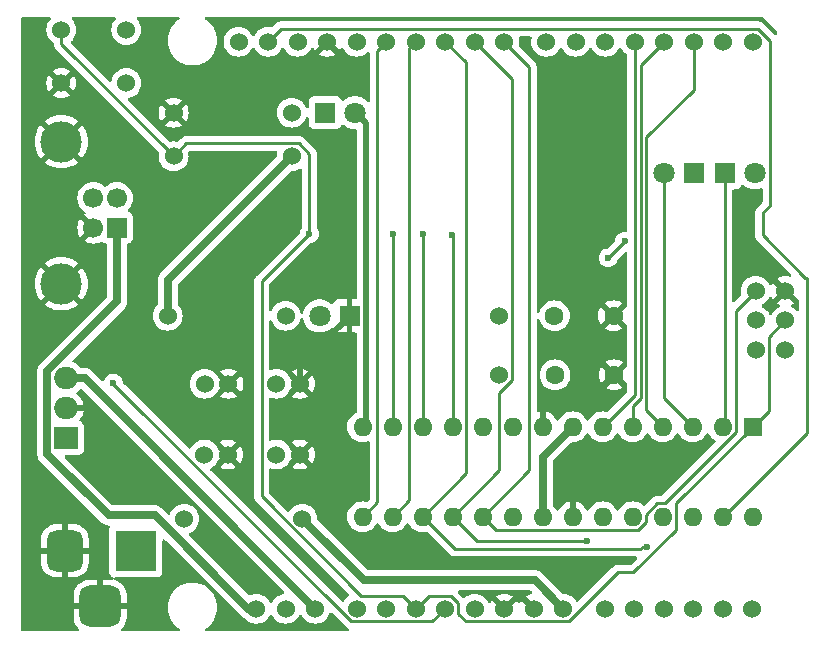
<source format=gbr>
%TF.GenerationSoftware,KiCad,Pcbnew,8.0.7*%
%TF.CreationDate,2025-08-15T01:52:05+02:00*%
%TF.ProjectId,Arduino,41726475-696e-46f2-9e6b-696361645f70,1*%
%TF.SameCoordinates,Original*%
%TF.FileFunction,Copper,L2,Bot*%
%TF.FilePolarity,Positive*%
%FSLAX46Y46*%
G04 Gerber Fmt 4.6, Leading zero omitted, Abs format (unit mm)*
G04 Created by KiCad (PCBNEW 8.0.7) date 2025-08-15 01:52:05*
%MOMM*%
%LPD*%
G01*
G04 APERTURE LIST*
G04 Aperture macros list*
%AMRoundRect*
0 Rectangle with rounded corners*
0 $1 Rounding radius*
0 $2 $3 $4 $5 $6 $7 $8 $9 X,Y pos of 4 corners*
0 Add a 4 corners polygon primitive as box body*
4,1,4,$2,$3,$4,$5,$6,$7,$8,$9,$2,$3,0*
0 Add four circle primitives for the rounded corners*
1,1,$1+$1,$2,$3*
1,1,$1+$1,$4,$5*
1,1,$1+$1,$6,$7*
1,1,$1+$1,$8,$9*
0 Add four rect primitives between the rounded corners*
20,1,$1+$1,$2,$3,$4,$5,0*
20,1,$1+$1,$4,$5,$6,$7,0*
20,1,$1+$1,$6,$7,$8,$9,0*
20,1,$1+$1,$8,$9,$2,$3,0*%
G04 Aperture macros list end*
%TA.AperFunction,ComponentPad*%
%ADD10C,1.524000*%
%TD*%
%TA.AperFunction,ComponentPad*%
%ADD11R,1.800000X1.800000*%
%TD*%
%TA.AperFunction,ComponentPad*%
%ADD12C,1.800000*%
%TD*%
%TA.AperFunction,ComponentPad*%
%ADD13C,1.600000*%
%TD*%
%TA.AperFunction,ComponentPad*%
%ADD14R,2.000000X1.905000*%
%TD*%
%TA.AperFunction,ComponentPad*%
%ADD15O,2.000000X1.905000*%
%TD*%
%TA.AperFunction,ComponentPad*%
%ADD16R,1.600000X1.600000*%
%TD*%
%TA.AperFunction,ComponentPad*%
%ADD17O,1.600000X1.600000*%
%TD*%
%TA.AperFunction,ComponentPad*%
%ADD18R,1.700000X1.700000*%
%TD*%
%TA.AperFunction,ComponentPad*%
%ADD19C,1.700000*%
%TD*%
%TA.AperFunction,ComponentPad*%
%ADD20C,3.500000*%
%TD*%
%TA.AperFunction,ComponentPad*%
%ADD21R,3.500000X3.500000*%
%TD*%
%TA.AperFunction,ComponentPad*%
%ADD22RoundRect,0.750000X-0.750000X-1.000000X0.750000X-1.000000X0.750000X1.000000X-0.750000X1.000000X0*%
%TD*%
%TA.AperFunction,ComponentPad*%
%ADD23RoundRect,0.875000X-0.875000X-0.875000X0.875000X-0.875000X0.875000X0.875000X-0.875000X0.875000X0*%
%TD*%
%TA.AperFunction,ViaPad*%
%ADD24C,0.600000*%
%TD*%
%TA.AperFunction,Conductor*%
%ADD25C,0.500000*%
%TD*%
%TA.AperFunction,Conductor*%
%ADD26C,0.700000*%
%TD*%
%TA.AperFunction,Conductor*%
%ADD27C,0.250000*%
%TD*%
%TA.AperFunction,Conductor*%
%ADD28C,0.200000*%
%TD*%
G04 APERTURE END LIST*
D10*
%TO.P,SW1,1,A*%
%TO.N,/RST*%
X115850000Y-76300000D03*
%TO.P,SW1,2,B*%
%TO.N,GND*%
X115850000Y-80800000D03*
%TO.P,SW1,3*%
%TO.N,N/C*%
X121350000Y-80800000D03*
%TO.P,SW1,4*%
X121350000Y-76300000D03*
%TD*%
D11*
%TO.P,D5,1,K*%
%TO.N,Net-(D5-K)*%
X138180000Y-83300000D03*
D12*
%TO.P,D5,2,A*%
%TO.N,Net-(D5-A)*%
X140720000Y-83300000D03*
%TD*%
D13*
%TO.P,C1,1*%
%TO.N,Net-(U1-XTAL1{slash}PB6)*%
X157650000Y-105500000D03*
%TO.P,C1,2*%
%TO.N,GND*%
X162650000Y-105500000D03*
%TD*%
D10*
%TO.P,J1,1,Pin_1*%
%TO.N,Net-(J1-Pin_1)*%
X161850000Y-125300000D03*
%TO.P,J1,2,Pin_2*%
%TO.N,Net-(J1-Pin_2)*%
X164350000Y-125300000D03*
%TO.P,J1,3,Pin_3*%
%TO.N,Net-(J1-Pin_3)*%
X166850000Y-125300000D03*
%TO.P,J1,4,Pin_4*%
%TO.N,Net-(J1-Pin_4)*%
X169350000Y-125300000D03*
%TO.P,J1,5,Pin_5*%
%TO.N,/SDA*%
X171850000Y-125300000D03*
%TO.P,J1,6,Pin_6*%
%TO.N,/SCL*%
X174350000Y-125300000D03*
%TD*%
%TO.P,C4,1*%
%TO.N,VCC*%
X134050000Y-106250000D03*
%TO.P,C4,2*%
%TO.N,GND*%
X136050000Y-106250000D03*
%TD*%
%TO.P,D1,1,K*%
%TO.N,Net-(D1-K)*%
X126250000Y-117700000D03*
%TO.P,D1,2,A*%
%TO.N,/VIN*%
X136250000Y-117700000D03*
%TD*%
%TO.P,R3,1*%
%TO.N,Net-(D5-K)*%
X135350000Y-83300000D03*
%TO.P,R3,2*%
%TO.N,GND*%
X125350000Y-83300000D03*
%TD*%
%TO.P,C5,1*%
%TO.N,Net-(D1-K)*%
X134050000Y-112250000D03*
%TO.P,C5,2*%
%TO.N,GND*%
X136050000Y-112250000D03*
%TD*%
%TO.P,C6,1*%
%TO.N,Net-(D1-K)*%
X127950000Y-112250000D03*
%TO.P,C6,2*%
%TO.N,GND*%
X129950000Y-112250000D03*
%TD*%
D13*
%TO.P,C2,1*%
%TO.N,Net-(U1-XTAL2{slash}PB7)*%
X157600000Y-100500000D03*
%TO.P,C2,2*%
%TO.N,GND*%
X162600000Y-100500000D03*
%TD*%
D10*
%TO.P,J3,1,Pin_1*%
%TO.N,/SCL*%
X130850000Y-77300000D03*
%TO.P,J3,2,Pin_2*%
%TO.N,/SDA*%
X133350000Y-77300000D03*
%TO.P,J3,3,Pin_3*%
%TO.N,unconnected-(J3-Pin_3-Pad3)*%
X135850000Y-77300000D03*
%TO.P,J3,4,Pin_4*%
%TO.N,GND*%
X138350000Y-77300000D03*
%TO.P,J3,5,Pin_5*%
%TO.N,Net-(D5-A)*%
X140850000Y-77300000D03*
%TO.P,J3,6,Pin_6*%
%TO.N,Net-(J3-Pin_6)*%
X143350000Y-77300000D03*
%TO.P,J3,7,Pin_7*%
%TO.N,Net-(J3-Pin_7)*%
X145850000Y-77300000D03*
%TO.P,J3,8,Pin_8*%
%TO.N,Net-(J3-Pin_8)*%
X148350000Y-77300000D03*
%TO.P,J3,9,Pin_9*%
%TO.N,Net-(J3-Pin_9)*%
X150850000Y-77300000D03*
%TO.P,J3,10,Pin_10*%
%TO.N,Net-(J3-Pin_10)*%
X153350000Y-77300000D03*
%TD*%
%TO.P,R2,1*%
%TO.N,VCC*%
X124850000Y-100500000D03*
%TO.P,R2,2*%
%TO.N,Net-(D2-A)*%
X134850000Y-100500000D03*
%TD*%
%TO.P,J6,1,Pin_1*%
%TO.N,/USB_5V*%
X132350000Y-125300000D03*
%TO.P,J6,2,Pin_2*%
%TO.N,VCC*%
X134850000Y-125300000D03*
%TO.P,J6,3,Pin_3*%
%TO.N,/+5V*%
X137350000Y-125300000D03*
%TD*%
D11*
%TO.P,D4,1,K*%
%TO.N,/TXD*%
X169380000Y-88400000D03*
D12*
%TO.P,D4,2,A*%
%TO.N,Net-(D4-A)*%
X166840000Y-88400000D03*
%TD*%
D10*
%TO.P,J2,1,Pin_1*%
%TO.N,/RXD*%
X174400000Y-77300000D03*
%TO.P,J2,2,Pin_2*%
%TO.N,/TXD*%
X171900000Y-77300000D03*
%TO.P,J2,3,Pin_3*%
%TO.N,Net-(J2-Pin_3)*%
X169400000Y-77300000D03*
%TO.P,J2,4,Pin_4*%
%TO.N,Net-(J2-Pin_4)*%
X166900000Y-77300000D03*
%TO.P,J2,5,Pin_5*%
%TO.N,Net-(J2-Pin_5)*%
X164400000Y-77300000D03*
%TO.P,J2,6,Pin_6*%
%TO.N,Net-(J2-Pin_6)*%
X161900000Y-77300000D03*
%TO.P,J2,7,Pin_7*%
%TO.N,Net-(J2-Pin_7)*%
X159400000Y-77300000D03*
%TO.P,J2,8,Pin_8*%
%TO.N,Net-(J2-Pin_8)*%
X156900000Y-77300000D03*
%TD*%
%TO.P,J7,1,Pin_1*%
%TO.N,unconnected-(J7-Pin_1-Pad1)*%
X140850000Y-125300000D03*
%TO.P,J7,2,Pin_2*%
%TO.N,unconnected-(J7-Pin_2-Pad2)*%
X143350000Y-125300000D03*
%TO.P,J7,3,Pin_3*%
%TO.N,/RST*%
X145850000Y-125300000D03*
%TO.P,J7,4,Pin_4*%
%TO.N,/+3.3V*%
X148350000Y-125300000D03*
%TO.P,J7,5,Pin_5*%
%TO.N,VCC*%
X150850000Y-125300000D03*
%TO.P,J7,6,Pin_6*%
%TO.N,GND*%
X153350000Y-125300000D03*
%TO.P,J7,7,Pin_7*%
X155850000Y-125300000D03*
%TO.P,J7,8,Pin_8*%
%TO.N,/VIN*%
X158350000Y-125300000D03*
%TD*%
%TO.P,C3,1*%
%TO.N,VCC*%
X128000000Y-106250000D03*
%TO.P,C3,2*%
%TO.N,GND*%
X130000000Y-106250000D03*
%TD*%
D14*
%TO.P,U3,1,VI*%
%TO.N,Net-(D1-K)*%
X116250000Y-110850000D03*
D15*
%TO.P,U3,2,GND*%
%TO.N,GND*%
X116250000Y-108310000D03*
%TO.P,U3,3,VO*%
%TO.N,/+5V*%
X116250000Y-105770000D03*
%TD*%
D10*
%TO.P,R1,1*%
%TO.N,/RST*%
X125350000Y-87000000D03*
%TO.P,R1,2*%
%TO.N,VCC*%
X135350000Y-87000000D03*
%TD*%
D11*
%TO.P,D2,1,K*%
%TO.N,GND*%
X140250000Y-100500000D03*
D12*
%TO.P,D2,2,A*%
%TO.N,Net-(D2-A)*%
X137710000Y-100500000D03*
%TD*%
D10*
%TO.P,Y1,1,1*%
%TO.N,Net-(U1-XTAL2{slash}PB7)*%
X152900000Y-100500000D03*
%TO.P,Y1,2,2*%
%TO.N,Net-(U1-XTAL1{slash}PB6)*%
X152900000Y-105500000D03*
%TD*%
D16*
%TO.P,U1,1,~{RESET}/PC6*%
%TO.N,/RST*%
X174380000Y-109900000D03*
D17*
%TO.P,U1,2,PD0*%
%TO.N,Net-(D3-K)*%
X171840000Y-109900000D03*
%TO.P,U1,3,PD1*%
%TO.N,Net-(D4-A)*%
X169300000Y-109900000D03*
%TO.P,U1,4,PD2*%
%TO.N,Net-(J2-Pin_3)*%
X166760000Y-109900000D03*
%TO.P,U1,5,PD3*%
%TO.N,Net-(J2-Pin_4)*%
X164220000Y-109900000D03*
%TO.P,U1,6,PD4*%
%TO.N,Net-(J2-Pin_5)*%
X161680000Y-109900000D03*
%TO.P,U1,7,VCC*%
%TO.N,VCC*%
X159140000Y-109900000D03*
%TO.P,U1,8,GND*%
%TO.N,GND*%
X156600000Y-109900000D03*
%TO.P,U1,9,XTAL1/PB6*%
%TO.N,Net-(U1-XTAL1{slash}PB6)*%
X154060000Y-109900000D03*
%TO.P,U1,10,XTAL2/PB7*%
%TO.N,Net-(U1-XTAL2{slash}PB7)*%
X151520000Y-109900000D03*
%TO.P,U1,11,PD5*%
%TO.N,Net-(J2-Pin_6)*%
X148980000Y-109900000D03*
%TO.P,U1,12,PD6*%
%TO.N,Net-(J2-Pin_7)*%
X146440000Y-109900000D03*
%TO.P,U1,13,PD7*%
%TO.N,Net-(J2-Pin_8)*%
X143900000Y-109900000D03*
%TO.P,U1,14,PB0*%
%TO.N,Net-(D5-A)*%
X141360000Y-109900000D03*
%TO.P,U1,15,PB1*%
%TO.N,Net-(J3-Pin_6)*%
X141360000Y-117520000D03*
%TO.P,U1,16,PB2*%
%TO.N,Net-(J3-Pin_7)*%
X143900000Y-117520000D03*
%TO.P,U1,17,PB3*%
%TO.N,Net-(J3-Pin_8)*%
X146440000Y-117520000D03*
%TO.P,U1,18,PB4*%
%TO.N,Net-(J3-Pin_9)*%
X148980000Y-117520000D03*
%TO.P,U1,19,PB5*%
%TO.N,Net-(J3-Pin_10)*%
X151520000Y-117520000D03*
%TO.P,U1,20,AVCC*%
%TO.N,VCC*%
X154060000Y-117520000D03*
%TO.P,U1,21,AREF*%
X156600000Y-117520000D03*
%TO.P,U1,22,GND*%
%TO.N,GND*%
X159140000Y-117520000D03*
%TO.P,U1,23,PC0*%
%TO.N,Net-(J1-Pin_1)*%
X161680000Y-117520000D03*
%TO.P,U1,24,PC1*%
%TO.N,Net-(J1-Pin_2)*%
X164220000Y-117520000D03*
%TO.P,U1,25,PC2*%
%TO.N,Net-(J1-Pin_3)*%
X166760000Y-117520000D03*
%TO.P,U1,26,PC3*%
%TO.N,Net-(J1-Pin_4)*%
X169300000Y-117520000D03*
%TO.P,U1,27,PC4*%
%TO.N,/SDA*%
X171840000Y-117520000D03*
%TO.P,U1,28,PC5*%
%TO.N,/SCL*%
X174380000Y-117520000D03*
%TD*%
D18*
%TO.P,J8,1,VBUS*%
%TO.N,/USB_5V*%
X120560000Y-93030000D03*
D19*
%TO.P,J8,2,D-*%
%TO.N,Net-(J8-D-)*%
X120560000Y-90530000D03*
%TO.P,J8,3,D+*%
%TO.N,Net-(J8-D+)*%
X118560000Y-90530000D03*
%TO.P,J8,4,GND*%
%TO.N,GND*%
X118560000Y-93030000D03*
D20*
%TO.P,J8,5,Shield*%
X115850000Y-97800000D03*
X115850000Y-85760000D03*
%TD*%
D10*
%TO.P,J4,1,Pin_1*%
%TO.N,Net-(J3-Pin_9)*%
X174650000Y-103400000D03*
%TO.P,J4,2,Pin_2*%
%TO.N,VCC*%
X174650000Y-100900000D03*
%TO.P,J4,3,Pin_3*%
%TO.N,Net-(J3-Pin_10)*%
X174650000Y-98400000D03*
%TO.P,J4,4,Pin_4*%
%TO.N,Net-(J3-Pin_8)*%
X177150000Y-103400000D03*
%TO.P,J4,5,Pin_5*%
%TO.N,/RST*%
X177150000Y-100900000D03*
%TO.P,J4,6,Pin_6*%
%TO.N,GND*%
X177150000Y-98400000D03*
%TD*%
D21*
%TO.P,J5,1*%
%TO.N,/VIN*%
X122150000Y-120392500D03*
D22*
%TO.P,J5,2*%
%TO.N,GND*%
X116150000Y-120392500D03*
D23*
%TO.P,J5,3*%
X119150000Y-125092500D03*
%TD*%
D11*
%TO.P,D3,1,K*%
%TO.N,Net-(D3-K)*%
X172010000Y-88400000D03*
D12*
%TO.P,D3,2,A*%
%TO.N,/RXD*%
X174550000Y-88400000D03*
%TD*%
D24*
%TO.N,GND*%
X160050000Y-89300000D03*
%TO.N,/TXD*%
X162150000Y-95600000D03*
X163550000Y-94200000D03*
%TO.N,Net-(J2-Pin_6)*%
X148950000Y-93700000D03*
%TO.N,Net-(J2-Pin_8)*%
X143950000Y-93600000D03*
%TO.N,Net-(J2-Pin_7)*%
X146450000Y-93600000D03*
%TO.N,Net-(J3-Pin_9)*%
X160350000Y-119600000D03*
%TO.N,Net-(J3-Pin_8)*%
X165450000Y-120100000D03*
%TO.N,/RST*%
X136850000Y-93537251D03*
%TO.N,/+3.3V*%
X120250000Y-106200000D03*
%TD*%
D25*
%TO.N,GND*%
X136050000Y-104700000D02*
X140250000Y-100500000D01*
X136050000Y-106250000D02*
X136050000Y-104700000D01*
D26*
%TO.N,VCC*%
X156600000Y-117520000D02*
X156600000Y-112440000D01*
X156600000Y-112440000D02*
X159140000Y-109900000D01*
X124850000Y-97500000D02*
X135350000Y-87000000D01*
X124850000Y-100500000D02*
X124850000Y-97500000D01*
%TO.N,/VIN*%
X155950000Y-122900000D02*
X141450000Y-122900000D01*
X158350000Y-125300000D02*
X155950000Y-122900000D01*
X141450000Y-122900000D02*
X136250000Y-117700000D01*
D27*
%TO.N,Net-(D3-K)*%
X172010000Y-88400000D02*
X172010000Y-109730000D01*
X172010000Y-109730000D02*
X171840000Y-109900000D01*
%TO.N,/TXD*%
X162150000Y-95600000D02*
X163550000Y-94200000D01*
%TO.N,Net-(D4-A)*%
X166840000Y-88400000D02*
X166840000Y-107440000D01*
X166840000Y-107440000D02*
X169300000Y-109900000D01*
D25*
%TO.N,Net-(D5-A)*%
X141620000Y-109640000D02*
X141360000Y-109900000D01*
X140720000Y-83300000D02*
X141620000Y-84200000D01*
X141620000Y-84200000D02*
X141620000Y-109640000D01*
D28*
X141450000Y-109810000D02*
X141360000Y-109900000D01*
D27*
%TO.N,/SDA*%
X133350000Y-77300000D02*
X134437000Y-76213000D01*
X174850251Y-76213000D02*
X175850000Y-77212749D01*
X178950000Y-110410000D02*
X171840000Y-117520000D01*
X175850000Y-91149791D02*
X175222466Y-91777325D01*
X175850000Y-77212749D02*
X175850000Y-91149791D01*
X175222466Y-91777325D02*
X175222466Y-93697466D01*
X134437000Y-76213000D02*
X174850251Y-76213000D01*
X178825000Y-97300000D02*
X178950000Y-97300000D01*
X175222466Y-93697466D02*
X178825000Y-97300000D01*
X178950000Y-97300000D02*
X178950000Y-110410000D01*
%TO.N,Net-(J2-Pin_5)*%
X164400000Y-107180000D02*
X164400000Y-77300000D01*
X161680000Y-109900000D02*
X164400000Y-107180000D01*
%TO.N,Net-(J2-Pin_6)*%
X148980000Y-93730000D02*
X148980000Y-109900000D01*
X148950000Y-93700000D02*
X148980000Y-93730000D01*
%TO.N,Net-(J2-Pin_4)*%
X164900000Y-79300000D02*
X164900000Y-107500000D01*
X166900000Y-77300000D02*
X164900000Y-79300000D01*
X164900000Y-107500000D02*
X164220000Y-108180000D01*
X164220000Y-108180000D02*
X164220000Y-109900000D01*
%TO.N,Net-(J2-Pin_8)*%
X143900000Y-93650000D02*
X143900000Y-109900000D01*
X143950000Y-93600000D02*
X143900000Y-93650000D01*
%TO.N,Net-(J2-Pin_7)*%
X146440000Y-94110000D02*
X146440000Y-109900000D01*
X146450000Y-94100000D02*
X146440000Y-94110000D01*
X146450000Y-93600000D02*
X146450000Y-94100000D01*
%TO.N,Net-(J2-Pin_3)*%
X169400000Y-81350000D02*
X169400000Y-77300000D01*
X165350000Y-85400000D02*
X169400000Y-81350000D01*
X166760000Y-109900000D02*
X165350000Y-108490000D01*
X165350000Y-108490000D02*
X165350000Y-85400000D01*
%TO.N,Net-(J3-Pin_9)*%
X160350000Y-119600000D02*
X151060000Y-119600000D01*
X153987000Y-105950251D02*
X153987000Y-80437000D01*
X152935000Y-113565000D02*
X152935000Y-107002251D01*
X153987000Y-80437000D02*
X150850000Y-77300000D01*
X148980000Y-117520000D02*
X152935000Y-113565000D01*
X152935000Y-107002251D02*
X153987000Y-105950251D01*
X151060000Y-119600000D02*
X148980000Y-117520000D01*
%TO.N,Net-(J3-Pin_6)*%
X142588001Y-78061999D02*
X142588001Y-116291999D01*
X143350000Y-77300000D02*
X142588001Y-78061999D01*
X142588001Y-116291999D02*
X141360000Y-117520000D01*
%TO.N,Net-(J3-Pin_7)*%
X145315000Y-77835000D02*
X145850000Y-77300000D01*
X145315000Y-116105000D02*
X145315000Y-77835000D01*
X143900000Y-117520000D02*
X145315000Y-116105000D01*
%TO.N,Net-(J3-Pin_8)*%
X165450000Y-120100000D02*
X165050000Y-120100000D01*
X150105000Y-113855000D02*
X146440000Y-117520000D01*
X148350000Y-77300000D02*
X150105000Y-79055000D01*
X164925000Y-120225000D02*
X149145000Y-120225000D01*
X150105000Y-79055000D02*
X150105000Y-113855000D01*
X149145000Y-120225000D02*
X146440000Y-117520000D01*
X165050000Y-120100000D02*
X164925000Y-120225000D01*
%TO.N,Net-(J3-Pin_10)*%
X152645000Y-118645000D02*
X151520000Y-117520000D01*
X155475000Y-113565000D02*
X155475000Y-79425000D01*
X165350000Y-117339009D02*
X165350000Y-117980991D01*
X166935991Y-116395000D02*
X166294009Y-116395000D01*
X166294009Y-116395000D02*
X165350000Y-117339009D01*
X155475000Y-79425000D02*
X153350000Y-77300000D01*
X151520000Y-117520000D02*
X155475000Y-113565000D01*
X174650000Y-98400000D02*
X172965000Y-100085000D01*
X164685991Y-118645000D02*
X152645000Y-118645000D01*
X172965000Y-110365991D02*
X166935991Y-116395000D01*
X172965000Y-100085000D02*
X172965000Y-110365991D01*
X165350000Y-117980991D02*
X164685991Y-118645000D01*
%TO.N,/RST*%
X164288251Y-122225000D02*
X162962251Y-122225000D01*
X175737000Y-102313000D02*
X175737000Y-108543000D01*
X135963000Y-85913000D02*
X136850000Y-86800000D01*
X146937000Y-124213000D02*
X145850000Y-125300000D01*
X167885000Y-116395000D02*
X167885000Y-118628251D01*
X174380000Y-109900000D02*
X167885000Y-116395000D01*
X175737000Y-108543000D02*
X174380000Y-109900000D01*
X141225749Y-124213000D02*
X144763000Y-124213000D01*
X144763000Y-124213000D02*
X145850000Y-125300000D01*
X125350000Y-87000000D02*
X126437000Y-85913000D01*
X167885000Y-118628251D02*
X164288251Y-122225000D01*
X115850000Y-77500000D02*
X125350000Y-87000000D01*
X149437000Y-125750251D02*
X149437000Y-124849749D01*
X162962251Y-122225000D02*
X158800251Y-126387000D01*
X136850000Y-86800000D02*
X136850000Y-93537251D01*
X115850000Y-76300000D02*
X115850000Y-77500000D01*
X126437000Y-85913000D02*
X135963000Y-85913000D01*
X177150000Y-100900000D02*
X175737000Y-102313000D01*
X132799573Y-97587678D02*
X132799573Y-115786824D01*
X149437000Y-124849749D02*
X148800251Y-124213000D01*
X136850000Y-93537251D02*
X132799573Y-97587678D01*
X150073749Y-126387000D02*
X149437000Y-125750251D01*
X148800251Y-124213000D02*
X146937000Y-124213000D01*
X132799573Y-115786824D02*
X141225749Y-124213000D01*
X158800251Y-126387000D02*
X150073749Y-126387000D01*
D26*
%TO.N,/+5V*%
X116250000Y-105770000D02*
X117820000Y-105770000D01*
X117820000Y-105770000D02*
X137350000Y-125300000D01*
%TO.N,/USB_5V*%
X120560000Y-99287644D02*
X114650000Y-105197644D01*
X123757500Y-117400000D02*
X131657500Y-125300000D01*
X131657500Y-125300000D02*
X132350000Y-125300000D01*
X119850000Y-117400000D02*
X123757500Y-117400000D01*
X114650000Y-112200000D02*
X119850000Y-117400000D01*
X114650000Y-105197644D02*
X114650000Y-112200000D01*
X120560000Y-93030000D02*
X120560000Y-99287644D01*
D27*
%TO.N,/+3.3V*%
X120250000Y-106200000D02*
X120250000Y-106237251D01*
X147263000Y-126387000D02*
X148350000Y-125300000D01*
X120250000Y-106237251D02*
X140399749Y-126387000D01*
X140399749Y-126387000D02*
X147263000Y-126387000D01*
%TD*%
%TA.AperFunction,Conductor*%
%TO.N,GND*%
G36*
X114931730Y-75220185D02*
G01*
X114977485Y-75272989D01*
X114987429Y-75342147D01*
X114958404Y-75405703D01*
X114952372Y-75412181D01*
X114879175Y-75485377D01*
X114752466Y-75666338D01*
X114752465Y-75666340D01*
X114659107Y-75866548D01*
X114659104Y-75866554D01*
X114601930Y-76079929D01*
X114601929Y-76079937D01*
X114582677Y-76299997D01*
X114582677Y-76300002D01*
X114601929Y-76520062D01*
X114601930Y-76520070D01*
X114659104Y-76733445D01*
X114659105Y-76733447D01*
X114659106Y-76733450D01*
X114752466Y-76933662D01*
X114752468Y-76933666D01*
X114879170Y-77114615D01*
X114879175Y-77114621D01*
X115035378Y-77270824D01*
X115035384Y-77270829D01*
X115171623Y-77366224D01*
X115215248Y-77420801D01*
X115224500Y-77467799D01*
X115224500Y-77561611D01*
X115248535Y-77682444D01*
X115248540Y-77682461D01*
X115295685Y-77796280D01*
X115295686Y-77796282D01*
X115295688Y-77796286D01*
X115309755Y-77817338D01*
X115323726Y-77838248D01*
X115323727Y-77838249D01*
X115323728Y-77838250D01*
X115364142Y-77898733D01*
X115364145Y-77898736D01*
X115364148Y-77898740D01*
X115455586Y-77990178D01*
X115455608Y-77990198D01*
X124081613Y-86616203D01*
X124115098Y-86677526D01*
X124113707Y-86735976D01*
X124101931Y-86779926D01*
X124101930Y-86779933D01*
X124082677Y-86999997D01*
X124082677Y-87000002D01*
X124101929Y-87220062D01*
X124101930Y-87220070D01*
X124159104Y-87433445D01*
X124159105Y-87433447D01*
X124159106Y-87433450D01*
X124167816Y-87452128D01*
X124252466Y-87633662D01*
X124252468Y-87633666D01*
X124379170Y-87814615D01*
X124379175Y-87814621D01*
X124535378Y-87970824D01*
X124535384Y-87970829D01*
X124716333Y-88097531D01*
X124716335Y-88097532D01*
X124716338Y-88097534D01*
X124916550Y-88190894D01*
X125129932Y-88248070D01*
X125287123Y-88261822D01*
X125349998Y-88267323D01*
X125350000Y-88267323D01*
X125350002Y-88267323D01*
X125409346Y-88262131D01*
X125570068Y-88248070D01*
X125783450Y-88190894D01*
X125983662Y-88097534D01*
X126164620Y-87970826D01*
X126320826Y-87814620D01*
X126447534Y-87633662D01*
X126540894Y-87433450D01*
X126598070Y-87220068D01*
X126616806Y-87005908D01*
X126617323Y-87000002D01*
X126617323Y-86999997D01*
X126607474Y-86887419D01*
X126598070Y-86779932D01*
X126586292Y-86735976D01*
X126587955Y-86666128D01*
X126618388Y-86616201D01*
X126659774Y-86574817D01*
X126721098Y-86541333D01*
X126747453Y-86538500D01*
X134005022Y-86538500D01*
X134072061Y-86558185D01*
X134117816Y-86610989D01*
X134127760Y-86680147D01*
X134124798Y-86694585D01*
X134113708Y-86735976D01*
X134101930Y-86779930D01*
X134101929Y-86779937D01*
X134082677Y-86999997D01*
X134082677Y-87000004D01*
X134082829Y-87001742D01*
X134082677Y-87002498D01*
X134082677Y-87005413D01*
X134082091Y-87005413D01*
X134069061Y-87070242D01*
X134046982Y-87100228D01*
X124189375Y-96957834D01*
X124189372Y-96957838D01*
X124096299Y-97097130D01*
X124096292Y-97097143D01*
X124050962Y-97206583D01*
X124032185Y-97251913D01*
X124032182Y-97251925D01*
X123999500Y-97416228D01*
X123999500Y-99513691D01*
X123979815Y-99580730D01*
X123963181Y-99601372D01*
X123879175Y-99685377D01*
X123752466Y-99866338D01*
X123752465Y-99866340D01*
X123659107Y-100066548D01*
X123659104Y-100066554D01*
X123601930Y-100279929D01*
X123601929Y-100279937D01*
X123582677Y-100499997D01*
X123582677Y-100500002D01*
X123601929Y-100720062D01*
X123601930Y-100720070D01*
X123659104Y-100933445D01*
X123659105Y-100933447D01*
X123659106Y-100933450D01*
X123669762Y-100956301D01*
X123752466Y-101133662D01*
X123752468Y-101133666D01*
X123879170Y-101314615D01*
X123879175Y-101314621D01*
X124035378Y-101470824D01*
X124035384Y-101470829D01*
X124216333Y-101597531D01*
X124216335Y-101597532D01*
X124216338Y-101597534D01*
X124416550Y-101690894D01*
X124629932Y-101748070D01*
X124787123Y-101761822D01*
X124849998Y-101767323D01*
X124850000Y-101767323D01*
X124850002Y-101767323D01*
X124905017Y-101762509D01*
X125070068Y-101748070D01*
X125283450Y-101690894D01*
X125483662Y-101597534D01*
X125664620Y-101470826D01*
X125820826Y-101314620D01*
X125947534Y-101133662D01*
X126040894Y-100933450D01*
X126098070Y-100720068D01*
X126117323Y-100500000D01*
X126098070Y-100279932D01*
X126040894Y-100066550D01*
X125947534Y-99866339D01*
X125820826Y-99685380D01*
X125820824Y-99685377D01*
X125736819Y-99601372D01*
X125703334Y-99540049D01*
X125700500Y-99513691D01*
X125700500Y-97903649D01*
X125720185Y-97836610D01*
X125736814Y-97815973D01*
X135249771Y-88303015D01*
X135311092Y-88269532D01*
X135344586Y-88267404D01*
X135344586Y-88267323D01*
X135345876Y-88267323D01*
X135348265Y-88267171D01*
X135350000Y-88267323D01*
X135570068Y-88248070D01*
X135783450Y-88190894D01*
X135983662Y-88097534D01*
X136029378Y-88065523D01*
X136095582Y-88043197D01*
X136163350Y-88060207D01*
X136211163Y-88111155D01*
X136224500Y-88167099D01*
X136224500Y-92992396D01*
X136205494Y-93058368D01*
X136124210Y-93187729D01*
X136064630Y-93358001D01*
X136059326Y-93405076D01*
X136032258Y-93469490D01*
X136023787Y-93478872D01*
X134081915Y-95420745D01*
X132400843Y-97101817D01*
X132400840Y-97101820D01*
X132369983Y-97132677D01*
X132313716Y-97188943D01*
X132300243Y-97209107D01*
X132245262Y-97291390D01*
X132245258Y-97291397D01*
X132216178Y-97361605D01*
X132198112Y-97405219D01*
X132198108Y-97405233D01*
X132174073Y-97526067D01*
X132174073Y-115848435D01*
X132198108Y-115969268D01*
X132198113Y-115969285D01*
X132245258Y-116083105D01*
X132245263Y-116083114D01*
X132262927Y-116109549D01*
X132262928Y-116109550D01*
X132313713Y-116185555D01*
X132313714Y-116185556D01*
X132313715Y-116185557D01*
X132400840Y-116272682D01*
X132400841Y-116272682D01*
X132407908Y-116279749D01*
X132407907Y-116279749D01*
X132407911Y-116279752D01*
X140179062Y-124050904D01*
X140212547Y-124112227D01*
X140207563Y-124181919D01*
X140165691Y-124237852D01*
X140162505Y-124240160D01*
X140035375Y-124329177D01*
X139879177Y-124485375D01*
X139759477Y-124656325D01*
X139704900Y-124699949D01*
X139635401Y-124707142D01*
X139573047Y-124675620D01*
X139570221Y-124672882D01*
X128477834Y-113580495D01*
X128444349Y-113519172D01*
X128449333Y-113449480D01*
X128491205Y-113393547D01*
X128513100Y-113380437D01*
X128583662Y-113347534D01*
X128764620Y-113220826D01*
X128920826Y-113064620D01*
X129047534Y-112883662D01*
X129112346Y-112744671D01*
X129137042Y-112709403D01*
X129569000Y-112277445D01*
X129569000Y-112300160D01*
X129594964Y-112397061D01*
X129645124Y-112483940D01*
X129716060Y-112554876D01*
X129802939Y-112605036D01*
X129899840Y-112631000D01*
X129922553Y-112631000D01*
X129251810Y-113301740D01*
X129316590Y-113347099D01*
X129316592Y-113347100D01*
X129516715Y-113440419D01*
X129516729Y-113440424D01*
X129730013Y-113497573D01*
X129730023Y-113497575D01*
X129949999Y-113516821D01*
X129950001Y-113516821D01*
X130169976Y-113497575D01*
X130169986Y-113497573D01*
X130383270Y-113440424D01*
X130383284Y-113440419D01*
X130583407Y-113347100D01*
X130583417Y-113347094D01*
X130648188Y-113301741D01*
X129977448Y-112631000D01*
X130000160Y-112631000D01*
X130097061Y-112605036D01*
X130183940Y-112554876D01*
X130254876Y-112483940D01*
X130305036Y-112397061D01*
X130331000Y-112300160D01*
X130331000Y-112277447D01*
X131001741Y-112948188D01*
X131047094Y-112883417D01*
X131047100Y-112883407D01*
X131140419Y-112683284D01*
X131140424Y-112683270D01*
X131197573Y-112469986D01*
X131197575Y-112469976D01*
X131216821Y-112250000D01*
X131216821Y-112249999D01*
X131197575Y-112030023D01*
X131197573Y-112030013D01*
X131140424Y-111816729D01*
X131140420Y-111816720D01*
X131047096Y-111616586D01*
X131001741Y-111551811D01*
X131001740Y-111551810D01*
X130331000Y-112222551D01*
X130331000Y-112199840D01*
X130305036Y-112102939D01*
X130254876Y-112016060D01*
X130183940Y-111945124D01*
X130097061Y-111894964D01*
X130000160Y-111869000D01*
X129977447Y-111869000D01*
X130648188Y-111198258D01*
X130583411Y-111152901D01*
X130583405Y-111152898D01*
X130383284Y-111059580D01*
X130383270Y-111059575D01*
X130169986Y-111002426D01*
X130169976Y-111002424D01*
X129950001Y-110983179D01*
X129949999Y-110983179D01*
X129730023Y-111002424D01*
X129730013Y-111002426D01*
X129516729Y-111059575D01*
X129516720Y-111059579D01*
X129316590Y-111152901D01*
X129251811Y-111198258D01*
X129922554Y-111869000D01*
X129899840Y-111869000D01*
X129802939Y-111894964D01*
X129716060Y-111945124D01*
X129645124Y-112016060D01*
X129594964Y-112102939D01*
X129569000Y-112199840D01*
X129569000Y-112222553D01*
X129137043Y-111790596D01*
X129112342Y-111755320D01*
X129103664Y-111736711D01*
X129047534Y-111616339D01*
X128920826Y-111435380D01*
X128764620Y-111279174D01*
X128764616Y-111279171D01*
X128764615Y-111279170D01*
X128583666Y-111152468D01*
X128583662Y-111152466D01*
X128560874Y-111141840D01*
X128383450Y-111059106D01*
X128383447Y-111059105D01*
X128383445Y-111059104D01*
X128170070Y-111001930D01*
X128170062Y-111001929D01*
X127950002Y-110982677D01*
X127949998Y-110982677D01*
X127729937Y-111001929D01*
X127729929Y-111001930D01*
X127516554Y-111059104D01*
X127516548Y-111059107D01*
X127316340Y-111152465D01*
X127316338Y-111152466D01*
X127135377Y-111279175D01*
X126979175Y-111435377D01*
X126852466Y-111616338D01*
X126852462Y-111616345D01*
X126819566Y-111686890D01*
X126773393Y-111739329D01*
X126706200Y-111758480D01*
X126639319Y-111738263D01*
X126619504Y-111722165D01*
X121147336Y-106249997D01*
X126732677Y-106249997D01*
X126732677Y-106250002D01*
X126751929Y-106470062D01*
X126751930Y-106470070D01*
X126809104Y-106683445D01*
X126809105Y-106683447D01*
X126809106Y-106683450D01*
X126865770Y-106804966D01*
X126902466Y-106883662D01*
X126902468Y-106883666D01*
X127029170Y-107064615D01*
X127029175Y-107064621D01*
X127185378Y-107220824D01*
X127185384Y-107220829D01*
X127366333Y-107347531D01*
X127366335Y-107347532D01*
X127366338Y-107347534D01*
X127566550Y-107440894D01*
X127779932Y-107498070D01*
X127937123Y-107511822D01*
X127999998Y-107517323D01*
X128000000Y-107517323D01*
X128000002Y-107517323D01*
X128055017Y-107512509D01*
X128220068Y-107498070D01*
X128433450Y-107440894D01*
X128633662Y-107347534D01*
X128814620Y-107220826D01*
X128970826Y-107064620D01*
X129097534Y-106883662D01*
X129162346Y-106744671D01*
X129187042Y-106709403D01*
X129619000Y-106277445D01*
X129619000Y-106300160D01*
X129644964Y-106397061D01*
X129695124Y-106483940D01*
X129766060Y-106554876D01*
X129852939Y-106605036D01*
X129949840Y-106631000D01*
X129972553Y-106631000D01*
X129301810Y-107301740D01*
X129366590Y-107347099D01*
X129366592Y-107347100D01*
X129566715Y-107440419D01*
X129566729Y-107440424D01*
X129780013Y-107497573D01*
X129780023Y-107497575D01*
X129999999Y-107516821D01*
X130000001Y-107516821D01*
X130219976Y-107497575D01*
X130219986Y-107497573D01*
X130433270Y-107440424D01*
X130433284Y-107440419D01*
X130633407Y-107347100D01*
X130633417Y-107347094D01*
X130698188Y-107301741D01*
X130027448Y-106631000D01*
X130050160Y-106631000D01*
X130147061Y-106605036D01*
X130233940Y-106554876D01*
X130304876Y-106483940D01*
X130355036Y-106397061D01*
X130381000Y-106300160D01*
X130381000Y-106277447D01*
X131051741Y-106948188D01*
X131097094Y-106883417D01*
X131097100Y-106883407D01*
X131190419Y-106683284D01*
X131190424Y-106683270D01*
X131247573Y-106469986D01*
X131247575Y-106469976D01*
X131266821Y-106250000D01*
X131266821Y-106249999D01*
X131247575Y-106030023D01*
X131247573Y-106030013D01*
X131190424Y-105816729D01*
X131190420Y-105816720D01*
X131097096Y-105616586D01*
X131051741Y-105551811D01*
X131051740Y-105551810D01*
X130381000Y-106222551D01*
X130381000Y-106199840D01*
X130355036Y-106102939D01*
X130304876Y-106016060D01*
X130233940Y-105945124D01*
X130147061Y-105894964D01*
X130050160Y-105869000D01*
X130027447Y-105869000D01*
X130698188Y-105198258D01*
X130633411Y-105152901D01*
X130633405Y-105152898D01*
X130433284Y-105059580D01*
X130433270Y-105059575D01*
X130219986Y-105002426D01*
X130219976Y-105002424D01*
X130000001Y-104983179D01*
X129999999Y-104983179D01*
X129780023Y-105002424D01*
X129780013Y-105002426D01*
X129566729Y-105059575D01*
X129566720Y-105059579D01*
X129366590Y-105152901D01*
X129301811Y-105198258D01*
X129972554Y-105869000D01*
X129949840Y-105869000D01*
X129852939Y-105894964D01*
X129766060Y-105945124D01*
X129695124Y-106016060D01*
X129644964Y-106102939D01*
X129619000Y-106199840D01*
X129619000Y-106222553D01*
X129187043Y-105790596D01*
X129162342Y-105755320D01*
X129135491Y-105697738D01*
X129097534Y-105616339D01*
X129015460Y-105499124D01*
X128970827Y-105435381D01*
X128929881Y-105394435D01*
X128814620Y-105279174D01*
X128814616Y-105279171D01*
X128814615Y-105279170D01*
X128633666Y-105152468D01*
X128633662Y-105152466D01*
X128550907Y-105113877D01*
X128433450Y-105059106D01*
X128433447Y-105059105D01*
X128433445Y-105059104D01*
X128220070Y-105001930D01*
X128220062Y-105001929D01*
X128000002Y-104982677D01*
X127999998Y-104982677D01*
X127779937Y-105001929D01*
X127779929Y-105001930D01*
X127566554Y-105059104D01*
X127566548Y-105059107D01*
X127366340Y-105152465D01*
X127366338Y-105152466D01*
X127185377Y-105279175D01*
X127029175Y-105435377D01*
X126902466Y-105616338D01*
X126902465Y-105616340D01*
X126809107Y-105816548D01*
X126809104Y-105816554D01*
X126751930Y-106029929D01*
X126751929Y-106029937D01*
X126732677Y-106249997D01*
X121147336Y-106249997D01*
X121080941Y-106183602D01*
X121047456Y-106122279D01*
X121045402Y-106109803D01*
X121035369Y-106020750D01*
X121035368Y-106020745D01*
X121013656Y-105958695D01*
X120975789Y-105850478D01*
X120954577Y-105816720D01*
X120897957Y-105726610D01*
X120879816Y-105697738D01*
X120752262Y-105570184D01*
X120599523Y-105474211D01*
X120429254Y-105414631D01*
X120429249Y-105414630D01*
X120250004Y-105394435D01*
X120249996Y-105394435D01*
X120070750Y-105414630D01*
X120070745Y-105414631D01*
X119900476Y-105474211D01*
X119747737Y-105570184D01*
X119620184Y-105697737D01*
X119524210Y-105850478D01*
X119480276Y-105976037D01*
X119439554Y-106032813D01*
X119374601Y-106058561D01*
X119306040Y-106045105D01*
X119275553Y-106022764D01*
X118362165Y-105109375D01*
X118362161Y-105109372D01*
X118222866Y-105016297D01*
X118222863Y-105016296D01*
X118113416Y-104970962D01*
X118113414Y-104970961D01*
X118068086Y-104952185D01*
X118068074Y-104952182D01*
X117903771Y-104919500D01*
X117903767Y-104919500D01*
X117538763Y-104919500D01*
X117471724Y-104899815D01*
X117438446Y-104868387D01*
X117405786Y-104823434D01*
X117244066Y-104661714D01*
X117059038Y-104527283D01*
X117021303Y-104508056D01*
X116856102Y-104423881D01*
X116805306Y-104375906D01*
X116788511Y-104308085D01*
X116811049Y-104241950D01*
X116824710Y-104225721D01*
X121220626Y-99829806D01*
X121296530Y-99716210D01*
X121313700Y-99690514D01*
X121313701Y-99690511D01*
X121313704Y-99690507D01*
X121359035Y-99581062D01*
X121359037Y-99581061D01*
X121377032Y-99537618D01*
X121377816Y-99535726D01*
X121379120Y-99529174D01*
X121410499Y-99371415D01*
X121410500Y-99371412D01*
X121410500Y-94496976D01*
X121430185Y-94429937D01*
X121482989Y-94384182D01*
X121510135Y-94376736D01*
X121509932Y-94375876D01*
X121517479Y-94374092D01*
X121517481Y-94374091D01*
X121517483Y-94374091D01*
X121652331Y-94323796D01*
X121767546Y-94237546D01*
X121853796Y-94122331D01*
X121904091Y-93987483D01*
X121910500Y-93927873D01*
X121910499Y-92132128D01*
X121904091Y-92072517D01*
X121861853Y-91959272D01*
X121853797Y-91937671D01*
X121853793Y-91937664D01*
X121767547Y-91822455D01*
X121767544Y-91822452D01*
X121652335Y-91736206D01*
X121652328Y-91736202D01*
X121550051Y-91698056D01*
X121494117Y-91656185D01*
X121469700Y-91590721D01*
X121484551Y-91522448D01*
X121505703Y-91494193D01*
X121518866Y-91481030D01*
X121598495Y-91401401D01*
X121734035Y-91207830D01*
X121833903Y-90993663D01*
X121895063Y-90765408D01*
X121915659Y-90530000D01*
X121895063Y-90294592D01*
X121833903Y-90066337D01*
X121734035Y-89852171D01*
X121697854Y-89800498D01*
X121598494Y-89658597D01*
X121431402Y-89491506D01*
X121431395Y-89491501D01*
X121237834Y-89355967D01*
X121237830Y-89355965D01*
X121220477Y-89347873D01*
X121023663Y-89256097D01*
X121023659Y-89256096D01*
X121023655Y-89256094D01*
X120795413Y-89194938D01*
X120795403Y-89194936D01*
X120560001Y-89174341D01*
X120559999Y-89174341D01*
X120324596Y-89194936D01*
X120324586Y-89194938D01*
X120096344Y-89256094D01*
X120096335Y-89256098D01*
X119882171Y-89355964D01*
X119882169Y-89355965D01*
X119688596Y-89491506D01*
X119647679Y-89532423D01*
X119586356Y-89565908D01*
X119516664Y-89560922D01*
X119472318Y-89532422D01*
X119431402Y-89491506D01*
X119431395Y-89491501D01*
X119237834Y-89355967D01*
X119237830Y-89355965D01*
X119220477Y-89347873D01*
X119023663Y-89256097D01*
X119023659Y-89256096D01*
X119023655Y-89256094D01*
X118795413Y-89194938D01*
X118795403Y-89194936D01*
X118560001Y-89174341D01*
X118559999Y-89174341D01*
X118324596Y-89194936D01*
X118324586Y-89194938D01*
X118096344Y-89256094D01*
X118096335Y-89256098D01*
X117882171Y-89355964D01*
X117882169Y-89355965D01*
X117688597Y-89491505D01*
X117521505Y-89658597D01*
X117385965Y-89852169D01*
X117385964Y-89852171D01*
X117286098Y-90066335D01*
X117286094Y-90066344D01*
X117224938Y-90294586D01*
X117224936Y-90294596D01*
X117204341Y-90529999D01*
X117204341Y-90530000D01*
X117224936Y-90765403D01*
X117224938Y-90765413D01*
X117286094Y-90993655D01*
X117286096Y-90993659D01*
X117286097Y-90993663D01*
X117364263Y-91161289D01*
X117385965Y-91207830D01*
X117385967Y-91207834D01*
X117444526Y-91291464D01*
X117505537Y-91378597D01*
X117521501Y-91401395D01*
X117521506Y-91401402D01*
X117688597Y-91568493D01*
X117688603Y-91568498D01*
X117726278Y-91594878D01*
X117794250Y-91642473D01*
X117846031Y-91678730D01*
X117889656Y-91733307D01*
X117896850Y-91802805D01*
X117865327Y-91865160D01*
X117846032Y-91881880D01*
X117798627Y-91915073D01*
X117798626Y-91915073D01*
X118463250Y-92579697D01*
X118382447Y-92601349D01*
X118277554Y-92661909D01*
X118191909Y-92747554D01*
X118131349Y-92852447D01*
X118109697Y-92933250D01*
X117445073Y-92268626D01*
X117445073Y-92268627D01*
X117386400Y-92352421D01*
X117386399Y-92352423D01*
X117286570Y-92566507D01*
X117286566Y-92566516D01*
X117225432Y-92794673D01*
X117225430Y-92794684D01*
X117204843Y-93029998D01*
X117204843Y-93030001D01*
X117225430Y-93265315D01*
X117225432Y-93265326D01*
X117286566Y-93493483D01*
X117286570Y-93493492D01*
X117386398Y-93707576D01*
X117445073Y-93791372D01*
X118109697Y-93126748D01*
X118131349Y-93207553D01*
X118191909Y-93312446D01*
X118277554Y-93398091D01*
X118382447Y-93458651D01*
X118463249Y-93480302D01*
X117798626Y-94144926D01*
X117882417Y-94203598D01*
X117882421Y-94203600D01*
X118096507Y-94303429D01*
X118096516Y-94303433D01*
X118324673Y-94364567D01*
X118324684Y-94364569D01*
X118559998Y-94385157D01*
X118560002Y-94385157D01*
X118795315Y-94364569D01*
X118795326Y-94364567D01*
X119023483Y-94303433D01*
X119023492Y-94303430D01*
X119214080Y-94214557D01*
X119283157Y-94204065D01*
X119346941Y-94232585D01*
X119351708Y-94236988D01*
X119467664Y-94323793D01*
X119467671Y-94323797D01*
X119602517Y-94374091D01*
X119610062Y-94375874D01*
X119609523Y-94378151D01*
X119663287Y-94400408D01*
X119703147Y-94457793D01*
X119709500Y-94496975D01*
X119709500Y-98883992D01*
X119689815Y-98951031D01*
X119673181Y-98971673D01*
X113989375Y-104655478D01*
X113989372Y-104655482D01*
X113896299Y-104794774D01*
X113896292Y-104794787D01*
X113866656Y-104866338D01*
X113832185Y-104949557D01*
X113832182Y-104949569D01*
X113799500Y-105113872D01*
X113799500Y-112283771D01*
X113832181Y-112448073D01*
X113832184Y-112448082D01*
X113896296Y-112602863D01*
X113896297Y-112602866D01*
X113989372Y-112742161D01*
X113989375Y-112742165D01*
X119307834Y-118060624D01*
X119307842Y-118060630D01*
X119447127Y-118153697D01*
X119447131Y-118153699D01*
X119447138Y-118153704D01*
X119493081Y-118172734D01*
X119601918Y-118217816D01*
X119766228Y-118250499D01*
X119766232Y-118250500D01*
X119766233Y-118250500D01*
X119766234Y-118250500D01*
X119833433Y-118250500D01*
X119900472Y-118270185D01*
X119946227Y-118322989D01*
X119956171Y-118392147D01*
X119949615Y-118417833D01*
X119905908Y-118535017D01*
X119899501Y-118594616D01*
X119899500Y-118594635D01*
X119899500Y-122190370D01*
X119899501Y-122190376D01*
X119905908Y-122249983D01*
X119956202Y-122384828D01*
X119956206Y-122384835D01*
X120042452Y-122500044D01*
X120042455Y-122500047D01*
X120157664Y-122586293D01*
X120157673Y-122586298D01*
X120206506Y-122604511D01*
X120262440Y-122646381D01*
X120286858Y-122711845D01*
X120272007Y-122780118D01*
X120222603Y-122829524D01*
X120156598Y-122844518D01*
X120118625Y-122842501D01*
X120118579Y-122842500D01*
X119400000Y-122842500D01*
X119400000Y-124592500D01*
X118900000Y-124592500D01*
X118900000Y-122842500D01*
X118181423Y-122842500D01*
X118181411Y-122842501D01*
X118128808Y-122845294D01*
X117899012Y-122889737D01*
X117680024Y-122972379D01*
X117478158Y-123090839D01*
X117478151Y-123090844D01*
X117299213Y-123241711D01*
X117299211Y-123241713D01*
X117148344Y-123420651D01*
X117148339Y-123420658D01*
X117029879Y-123622524D01*
X116947237Y-123841512D01*
X116902794Y-124071308D01*
X116902794Y-124071309D01*
X116900001Y-124123882D01*
X116900000Y-124123921D01*
X116900000Y-124842500D01*
X117716988Y-124842500D01*
X117684075Y-124899507D01*
X117650000Y-125026674D01*
X117650000Y-125158326D01*
X117684075Y-125285493D01*
X117716988Y-125342500D01*
X116900001Y-125342500D01*
X116900001Y-126061088D01*
X116902794Y-126113691D01*
X116947237Y-126343487D01*
X117029879Y-126562475D01*
X117148339Y-126764341D01*
X117148344Y-126764348D01*
X117299209Y-126943284D01*
X117343585Y-126980698D01*
X117382150Y-127038961D01*
X117383094Y-127108824D01*
X117346118Y-127168107D01*
X117282960Y-127197988D01*
X117263656Y-127199500D01*
X112574500Y-127199500D01*
X112507461Y-127179815D01*
X112461706Y-127127011D01*
X112450500Y-127075500D01*
X112450500Y-119328303D01*
X114150000Y-119328303D01*
X114150000Y-120142500D01*
X115650000Y-120142500D01*
X115650000Y-120642500D01*
X114150001Y-120642500D01*
X114150001Y-121456697D01*
X114160400Y-121588832D01*
X114215377Y-121807019D01*
X114308428Y-122011874D01*
X114308431Y-122011880D01*
X114436559Y-122196823D01*
X114436569Y-122196835D01*
X114595664Y-122355930D01*
X114595676Y-122355940D01*
X114780619Y-122484068D01*
X114780625Y-122484071D01*
X114985480Y-122577122D01*
X115203667Y-122632099D01*
X115335810Y-122642499D01*
X115899999Y-122642499D01*
X115900000Y-122642498D01*
X115900000Y-121825512D01*
X115957007Y-121858425D01*
X116084174Y-121892500D01*
X116215826Y-121892500D01*
X116342993Y-121858425D01*
X116400000Y-121825512D01*
X116400000Y-122642499D01*
X116964182Y-122642499D01*
X116964197Y-122642498D01*
X117096332Y-122632099D01*
X117314519Y-122577122D01*
X117519374Y-122484071D01*
X117519380Y-122484068D01*
X117704323Y-122355940D01*
X117704335Y-122355930D01*
X117863430Y-122196835D01*
X117863440Y-122196823D01*
X117991568Y-122011880D01*
X117991571Y-122011874D01*
X118084622Y-121807019D01*
X118139599Y-121588832D01*
X118149999Y-121456696D01*
X118150000Y-121456684D01*
X118150000Y-120642500D01*
X116650000Y-120642500D01*
X116650000Y-120142500D01*
X118149999Y-120142500D01*
X118149999Y-119328317D01*
X118149998Y-119328302D01*
X118139599Y-119196167D01*
X118084622Y-118977980D01*
X117991571Y-118773125D01*
X117991568Y-118773119D01*
X117863440Y-118588176D01*
X117863430Y-118588164D01*
X117704335Y-118429069D01*
X117704323Y-118429059D01*
X117519380Y-118300931D01*
X117519374Y-118300928D01*
X117314519Y-118207877D01*
X117096332Y-118152900D01*
X116964196Y-118142500D01*
X116400000Y-118142500D01*
X116400000Y-118959488D01*
X116342993Y-118926575D01*
X116215826Y-118892500D01*
X116084174Y-118892500D01*
X115957007Y-118926575D01*
X115900000Y-118959488D01*
X115900000Y-118142500D01*
X115335817Y-118142500D01*
X115335802Y-118142501D01*
X115203667Y-118152900D01*
X114985480Y-118207877D01*
X114780625Y-118300928D01*
X114780619Y-118300931D01*
X114595676Y-118429059D01*
X114595664Y-118429069D01*
X114436569Y-118588164D01*
X114436559Y-118588176D01*
X114308431Y-118773119D01*
X114308428Y-118773125D01*
X114215377Y-118977980D01*
X114160400Y-119196167D01*
X114150000Y-119328303D01*
X112450500Y-119328303D01*
X112450500Y-97800000D01*
X113595172Y-97800000D01*
X113614462Y-98094312D01*
X113614464Y-98094324D01*
X113672001Y-98383584D01*
X113672005Y-98383599D01*
X113766812Y-98662888D01*
X113897258Y-98927406D01*
X113897265Y-98927419D01*
X114061123Y-99172649D01*
X114090405Y-99206040D01*
X114867173Y-98429271D01*
X114961388Y-98558946D01*
X115091054Y-98688612D01*
X115220727Y-98782825D01*
X114443958Y-99559593D01*
X114477350Y-99588876D01*
X114722580Y-99752734D01*
X114722593Y-99752741D01*
X114987111Y-99883187D01*
X115266400Y-99977994D01*
X115266415Y-99977998D01*
X115555675Y-100035535D01*
X115555687Y-100035537D01*
X115850000Y-100054827D01*
X116144312Y-100035537D01*
X116144324Y-100035535D01*
X116433584Y-99977998D01*
X116433599Y-99977994D01*
X116712888Y-99883187D01*
X116977406Y-99752741D01*
X116977419Y-99752734D01*
X117222648Y-99588877D01*
X117256039Y-99559593D01*
X116479271Y-98782825D01*
X116608946Y-98688612D01*
X116738612Y-98558946D01*
X116832825Y-98429271D01*
X117609593Y-99206039D01*
X117638877Y-99172648D01*
X117802734Y-98927419D01*
X117802741Y-98927406D01*
X117933187Y-98662888D01*
X118027994Y-98383599D01*
X118027998Y-98383584D01*
X118085535Y-98094324D01*
X118085537Y-98094312D01*
X118104827Y-97800000D01*
X118085537Y-97505687D01*
X118085535Y-97505675D01*
X118027998Y-97216415D01*
X118027994Y-97216400D01*
X117933187Y-96937111D01*
X117802741Y-96672593D01*
X117802734Y-96672580D01*
X117638876Y-96427350D01*
X117609593Y-96393958D01*
X116832825Y-97170726D01*
X116738612Y-97041054D01*
X116608946Y-96911388D01*
X116479271Y-96817174D01*
X117256040Y-96040405D01*
X117222649Y-96011123D01*
X116977419Y-95847265D01*
X116977406Y-95847258D01*
X116712888Y-95716812D01*
X116433599Y-95622005D01*
X116433584Y-95622001D01*
X116144324Y-95564464D01*
X116144312Y-95564462D01*
X115850000Y-95545172D01*
X115555687Y-95564462D01*
X115555675Y-95564464D01*
X115266415Y-95622001D01*
X115266400Y-95622005D01*
X114987111Y-95716812D01*
X114722593Y-95847258D01*
X114722580Y-95847265D01*
X114477346Y-96011126D01*
X114477339Y-96011131D01*
X114443959Y-96040403D01*
X114443959Y-96040405D01*
X115220728Y-96817174D01*
X115091054Y-96911388D01*
X114961388Y-97041054D01*
X114867174Y-97170728D01*
X114090405Y-96393959D01*
X114090403Y-96393959D01*
X114061131Y-96427339D01*
X114061126Y-96427346D01*
X113897265Y-96672580D01*
X113897258Y-96672593D01*
X113766812Y-96937111D01*
X113672005Y-97216400D01*
X113672001Y-97216415D01*
X113614464Y-97505675D01*
X113614462Y-97505687D01*
X113595172Y-97800000D01*
X112450500Y-97800000D01*
X112450500Y-85760000D01*
X113595172Y-85760000D01*
X113614462Y-86054312D01*
X113614464Y-86054324D01*
X113672001Y-86343584D01*
X113672005Y-86343599D01*
X113766812Y-86622888D01*
X113897258Y-86887406D01*
X113897265Y-86887419D01*
X114061123Y-87132649D01*
X114090405Y-87166040D01*
X114867173Y-86389271D01*
X114961388Y-86518946D01*
X115091054Y-86648612D01*
X115220727Y-86742825D01*
X114443958Y-87519593D01*
X114477350Y-87548876D01*
X114722580Y-87712734D01*
X114722593Y-87712741D01*
X114987111Y-87843187D01*
X115266400Y-87937994D01*
X115266415Y-87937998D01*
X115555675Y-87995535D01*
X115555687Y-87995537D01*
X115850000Y-88014827D01*
X116144312Y-87995537D01*
X116144324Y-87995535D01*
X116433584Y-87937998D01*
X116433599Y-87937994D01*
X116712888Y-87843187D01*
X116977406Y-87712741D01*
X116977419Y-87712734D01*
X117222648Y-87548877D01*
X117256039Y-87519593D01*
X116479271Y-86742825D01*
X116608946Y-86648612D01*
X116738612Y-86518946D01*
X116832825Y-86389271D01*
X117609593Y-87166039D01*
X117638877Y-87132648D01*
X117802734Y-86887419D01*
X117802741Y-86887406D01*
X117933187Y-86622888D01*
X118027994Y-86343599D01*
X118027998Y-86343584D01*
X118085535Y-86054324D01*
X118085537Y-86054312D01*
X118104827Y-85760000D01*
X118085537Y-85465687D01*
X118085535Y-85465675D01*
X118027998Y-85176415D01*
X118027994Y-85176400D01*
X117933187Y-84897111D01*
X117802741Y-84632593D01*
X117802734Y-84632580D01*
X117638876Y-84387350D01*
X117609593Y-84353958D01*
X116832825Y-85130726D01*
X116738612Y-85001054D01*
X116608946Y-84871388D01*
X116479271Y-84777174D01*
X117256040Y-84000405D01*
X117222649Y-83971123D01*
X116977419Y-83807265D01*
X116977406Y-83807258D01*
X116712888Y-83676812D01*
X116433599Y-83582005D01*
X116433584Y-83582001D01*
X116144324Y-83524464D01*
X116144312Y-83524462D01*
X115850000Y-83505172D01*
X115555687Y-83524462D01*
X115555675Y-83524464D01*
X115266415Y-83582001D01*
X115266400Y-83582005D01*
X114987111Y-83676812D01*
X114722593Y-83807258D01*
X114722580Y-83807265D01*
X114477346Y-83971126D01*
X114477339Y-83971131D01*
X114443959Y-84000403D01*
X114443959Y-84000405D01*
X115220728Y-84777174D01*
X115091054Y-84871388D01*
X114961388Y-85001054D01*
X114867174Y-85130728D01*
X114090405Y-84353959D01*
X114090403Y-84353959D01*
X114061131Y-84387339D01*
X114061126Y-84387346D01*
X113897265Y-84632580D01*
X113897258Y-84632593D01*
X113766812Y-84897111D01*
X113672005Y-85176400D01*
X113672001Y-85176415D01*
X113614464Y-85465675D01*
X113614462Y-85465687D01*
X113595172Y-85760000D01*
X112450500Y-85760000D01*
X112450500Y-80799999D01*
X114583179Y-80799999D01*
X114583179Y-80800000D01*
X114602424Y-81019976D01*
X114602426Y-81019986D01*
X114659575Y-81233270D01*
X114659580Y-81233284D01*
X114752898Y-81433405D01*
X114752901Y-81433411D01*
X114798258Y-81498187D01*
X114798258Y-81498188D01*
X115469000Y-80827446D01*
X115469000Y-80850160D01*
X115494964Y-80947061D01*
X115545124Y-81033940D01*
X115616060Y-81104876D01*
X115702939Y-81155036D01*
X115799840Y-81181000D01*
X115822553Y-81181000D01*
X115151810Y-81851740D01*
X115216590Y-81897099D01*
X115216592Y-81897100D01*
X115416715Y-81990419D01*
X115416729Y-81990424D01*
X115630013Y-82047573D01*
X115630023Y-82047575D01*
X115849999Y-82066821D01*
X115850001Y-82066821D01*
X116069976Y-82047575D01*
X116069986Y-82047573D01*
X116283270Y-81990424D01*
X116283284Y-81990419D01*
X116483407Y-81897100D01*
X116483417Y-81897094D01*
X116548188Y-81851741D01*
X115877448Y-81181000D01*
X115900160Y-81181000D01*
X115997061Y-81155036D01*
X116083940Y-81104876D01*
X116154876Y-81033940D01*
X116205036Y-80947061D01*
X116231000Y-80850160D01*
X116231000Y-80827447D01*
X116901741Y-81498188D01*
X116947094Y-81433417D01*
X116947100Y-81433407D01*
X117040419Y-81233284D01*
X117040424Y-81233270D01*
X117097573Y-81019986D01*
X117097575Y-81019976D01*
X117116821Y-80800000D01*
X117116821Y-80799999D01*
X117097575Y-80580023D01*
X117097573Y-80580013D01*
X117040424Y-80366729D01*
X117040420Y-80366720D01*
X116947096Y-80166586D01*
X116901741Y-80101811D01*
X116901740Y-80101810D01*
X116231000Y-80772551D01*
X116231000Y-80749840D01*
X116205036Y-80652939D01*
X116154876Y-80566060D01*
X116083940Y-80495124D01*
X115997061Y-80444964D01*
X115900160Y-80419000D01*
X115877447Y-80419000D01*
X116548188Y-79748258D01*
X116483411Y-79702901D01*
X116483405Y-79702898D01*
X116283284Y-79609580D01*
X116283270Y-79609575D01*
X116069986Y-79552426D01*
X116069976Y-79552424D01*
X115850001Y-79533179D01*
X115849999Y-79533179D01*
X115630023Y-79552424D01*
X115630013Y-79552426D01*
X115416729Y-79609575D01*
X115416720Y-79609579D01*
X115216590Y-79702901D01*
X115151811Y-79748258D01*
X115822554Y-80419000D01*
X115799840Y-80419000D01*
X115702939Y-80444964D01*
X115616060Y-80495124D01*
X115545124Y-80566060D01*
X115494964Y-80652939D01*
X115469000Y-80749840D01*
X115469000Y-80772553D01*
X114798258Y-80101811D01*
X114752901Y-80166590D01*
X114659579Y-80366720D01*
X114659575Y-80366729D01*
X114602426Y-80580013D01*
X114602424Y-80580023D01*
X114583179Y-80799999D01*
X112450500Y-80799999D01*
X112450500Y-75324500D01*
X112470185Y-75257461D01*
X112522989Y-75211706D01*
X112574500Y-75200500D01*
X114864691Y-75200500D01*
X114931730Y-75220185D01*
G37*
%TD.AperFunction*%
%TA.AperFunction,Conductor*%
G36*
X124605702Y-119451437D02*
G01*
X124612180Y-119457469D01*
X131115331Y-125960620D01*
X131115334Y-125960622D01*
X131115338Y-125960626D01*
X131254637Y-126053704D01*
X131340454Y-126089249D01*
X131380682Y-126116128D01*
X131535380Y-126270826D01*
X131535383Y-126270828D01*
X131535384Y-126270829D01*
X131716333Y-126397531D01*
X131716335Y-126397532D01*
X131716338Y-126397534D01*
X131916550Y-126490894D01*
X132129932Y-126548070D01*
X132287123Y-126561822D01*
X132349998Y-126567323D01*
X132350000Y-126567323D01*
X132350002Y-126567323D01*
X132405414Y-126562475D01*
X132570068Y-126548070D01*
X132783450Y-126490894D01*
X132983662Y-126397534D01*
X133164620Y-126270826D01*
X133320826Y-126114620D01*
X133447534Y-125933662D01*
X133487618Y-125847700D01*
X133533790Y-125795261D01*
X133600983Y-125776109D01*
X133667864Y-125796324D01*
X133712382Y-125847701D01*
X133752464Y-125933658D01*
X133752468Y-125933666D01*
X133879170Y-126114615D01*
X133879175Y-126114621D01*
X134035378Y-126270824D01*
X134035384Y-126270829D01*
X134216333Y-126397531D01*
X134216335Y-126397532D01*
X134216338Y-126397534D01*
X134416550Y-126490894D01*
X134629932Y-126548070D01*
X134787123Y-126561822D01*
X134849998Y-126567323D01*
X134850000Y-126567323D01*
X134850002Y-126567323D01*
X134905414Y-126562475D01*
X135070068Y-126548070D01*
X135283450Y-126490894D01*
X135483662Y-126397534D01*
X135664620Y-126270826D01*
X135820826Y-126114620D01*
X135947534Y-125933662D01*
X135987618Y-125847700D01*
X136033790Y-125795261D01*
X136100983Y-125776109D01*
X136167864Y-125796324D01*
X136212382Y-125847701D01*
X136252464Y-125933658D01*
X136252468Y-125933666D01*
X136379170Y-126114615D01*
X136379175Y-126114621D01*
X136535378Y-126270824D01*
X136535384Y-126270829D01*
X136716333Y-126397531D01*
X136716335Y-126397532D01*
X136716338Y-126397534D01*
X136916550Y-126490894D01*
X137129932Y-126548070D01*
X137287123Y-126561822D01*
X137349998Y-126567323D01*
X137350000Y-126567323D01*
X137350002Y-126567323D01*
X137405414Y-126562475D01*
X137570068Y-126548070D01*
X137783450Y-126490894D01*
X137983662Y-126397534D01*
X138164620Y-126270826D01*
X138320826Y-126114620D01*
X138447534Y-125933662D01*
X138540894Y-125733450D01*
X138544165Y-125721245D01*
X138553081Y-125687967D01*
X138589445Y-125628306D01*
X138652291Y-125597776D01*
X138721667Y-125606070D01*
X138760537Y-125632378D01*
X139910765Y-126782606D01*
X139910794Y-126782637D01*
X140001012Y-126872855D01*
X140001016Y-126872858D01*
X140103456Y-126941307D01*
X140103462Y-126941310D01*
X140103463Y-126941311D01*
X140150846Y-126960938D01*
X140150849Y-126960939D01*
X140205252Y-127004780D01*
X140227317Y-127071074D01*
X140210038Y-127138773D01*
X140158901Y-127186384D01*
X140103396Y-127199500D01*
X128147182Y-127199500D01*
X128080143Y-127179815D01*
X128034388Y-127127011D01*
X128024444Y-127057853D01*
X128053469Y-126994297D01*
X128082753Y-126969552D01*
X128096918Y-126960938D01*
X128164147Y-126920055D01*
X128387053Y-126738708D01*
X128583189Y-126528698D01*
X128748901Y-126293936D01*
X128881104Y-126038797D01*
X128977334Y-125768032D01*
X129035798Y-125486686D01*
X129055408Y-125200000D01*
X129035798Y-124913314D01*
X128977334Y-124631968D01*
X128925235Y-124485377D01*
X128881105Y-124361206D01*
X128881106Y-124361206D01*
X128748901Y-124106064D01*
X128583187Y-123871299D01*
X128488752Y-123770185D01*
X128387053Y-123661292D01*
X128164147Y-123479945D01*
X128164146Y-123479944D01*
X127918617Y-123330634D01*
X127655063Y-123216158D01*
X127655061Y-123216157D01*
X127655058Y-123216156D01*
X127525578Y-123179877D01*
X127378364Y-123138630D01*
X127378359Y-123138629D01*
X127378358Y-123138629D01*
X127236018Y-123119064D01*
X127093679Y-123099500D01*
X127093678Y-123099500D01*
X126806322Y-123099500D01*
X126806321Y-123099500D01*
X126521642Y-123138629D01*
X126521635Y-123138630D01*
X126313861Y-123196845D01*
X126244942Y-123216156D01*
X126244939Y-123216156D01*
X126244936Y-123216158D01*
X126244935Y-123216158D01*
X125981382Y-123330634D01*
X125735853Y-123479944D01*
X125512950Y-123661289D01*
X125316812Y-123871299D01*
X125151098Y-124106064D01*
X125018894Y-124361206D01*
X124922667Y-124631962D01*
X124922666Y-124631965D01*
X124864201Y-124913319D01*
X124844592Y-125200000D01*
X124864201Y-125486680D01*
X124864201Y-125486684D01*
X124864202Y-125486686D01*
X124885984Y-125591509D01*
X124922666Y-125768034D01*
X124922667Y-125768037D01*
X125018894Y-126038793D01*
X125018893Y-126038793D01*
X125151098Y-126293935D01*
X125316812Y-126528700D01*
X125352884Y-126567323D01*
X125512947Y-126738708D01*
X125677839Y-126872857D01*
X125735853Y-126920055D01*
X125817247Y-126969552D01*
X125864299Y-127021204D01*
X125875956Y-127090094D01*
X125848518Y-127154351D01*
X125790696Y-127193573D01*
X125752818Y-127199500D01*
X121036344Y-127199500D01*
X120969305Y-127179815D01*
X120923550Y-127127011D01*
X120913606Y-127057853D01*
X120942631Y-126994297D01*
X120956415Y-126980698D01*
X121000790Y-126943284D01*
X121151655Y-126764348D01*
X121151660Y-126764341D01*
X121270120Y-126562475D01*
X121352762Y-126343487D01*
X121397205Y-126113691D01*
X121397205Y-126113690D01*
X121399998Y-126061117D01*
X121400000Y-126061078D01*
X121400000Y-125342500D01*
X120583012Y-125342500D01*
X120615925Y-125285493D01*
X120650000Y-125158326D01*
X120650000Y-125026674D01*
X120615925Y-124899507D01*
X120583012Y-124842500D01*
X121399999Y-124842500D01*
X121399999Y-124123923D01*
X121399998Y-124123911D01*
X121397205Y-124071308D01*
X121352762Y-123841512D01*
X121270120Y-123622524D01*
X121151660Y-123420658D01*
X121151655Y-123420651D01*
X121000788Y-123241713D01*
X121000786Y-123241711D01*
X120821848Y-123090844D01*
X120821841Y-123090839D01*
X120619975Y-122972379D01*
X120400984Y-122889736D01*
X120395840Y-122888741D01*
X120333760Y-122856680D01*
X120298869Y-122796146D01*
X120302244Y-122726358D01*
X120342814Y-122669473D01*
X120407697Y-122643552D01*
X120419374Y-122642999D01*
X123947872Y-122642999D01*
X124007483Y-122636591D01*
X124142331Y-122586296D01*
X124257546Y-122500046D01*
X124343796Y-122384831D01*
X124394091Y-122249983D01*
X124400500Y-122190373D01*
X124400499Y-119545149D01*
X124420184Y-119478111D01*
X124472987Y-119432356D01*
X124542146Y-119422412D01*
X124605702Y-119451437D01*
G37*
%TD.AperFunction*%
%TA.AperFunction,Conductor*%
G36*
X155613388Y-123770185D02*
G01*
X155634030Y-123786819D01*
X155690791Y-123843580D01*
X155724276Y-123904903D01*
X155719292Y-123974595D01*
X155677420Y-124030528D01*
X155635203Y-124051036D01*
X155416729Y-124109575D01*
X155416720Y-124109579D01*
X155216590Y-124202901D01*
X155151811Y-124248258D01*
X155822553Y-124919000D01*
X155799840Y-124919000D01*
X155702939Y-124944964D01*
X155616060Y-124995124D01*
X155545124Y-125066060D01*
X155494964Y-125152939D01*
X155469000Y-125249840D01*
X155469000Y-125272553D01*
X154798258Y-124601811D01*
X154752901Y-124666590D01*
X154712382Y-124753483D01*
X154666209Y-124805922D01*
X154599016Y-124825074D01*
X154532135Y-124804858D01*
X154487618Y-124753483D01*
X154447096Y-124666586D01*
X154401741Y-124601811D01*
X154401740Y-124601810D01*
X153731000Y-125272551D01*
X153731000Y-125249840D01*
X153705036Y-125152939D01*
X153654876Y-125066060D01*
X153583940Y-124995124D01*
X153497061Y-124944964D01*
X153400160Y-124919000D01*
X153377447Y-124919000D01*
X154048188Y-124248258D01*
X153983411Y-124202901D01*
X153983405Y-124202898D01*
X153783284Y-124109580D01*
X153783270Y-124109575D01*
X153569986Y-124052426D01*
X153569976Y-124052424D01*
X153350001Y-124033179D01*
X153349999Y-124033179D01*
X153130023Y-124052424D01*
X153130013Y-124052426D01*
X152916729Y-124109575D01*
X152916720Y-124109579D01*
X152716590Y-124202901D01*
X152651811Y-124248258D01*
X153322554Y-124919000D01*
X153299840Y-124919000D01*
X153202939Y-124944964D01*
X153116060Y-124995124D01*
X153045124Y-125066060D01*
X152994964Y-125152939D01*
X152969000Y-125249840D01*
X152969000Y-125272553D01*
X152298258Y-124601811D01*
X152252901Y-124666590D01*
X152212658Y-124752891D01*
X152166485Y-124805330D01*
X152099292Y-124824482D01*
X152032411Y-124804266D01*
X151987894Y-124752891D01*
X151963875Y-124701383D01*
X151947534Y-124666339D01*
X151820826Y-124485380D01*
X151664620Y-124329174D01*
X151664616Y-124329171D01*
X151664615Y-124329170D01*
X151483666Y-124202468D01*
X151483662Y-124202466D01*
X151452007Y-124187705D01*
X151283450Y-124109106D01*
X151283447Y-124109105D01*
X151283445Y-124109104D01*
X151070070Y-124051930D01*
X151070062Y-124051929D01*
X150850002Y-124032677D01*
X150849998Y-124032677D01*
X150629937Y-124051929D01*
X150629929Y-124051930D01*
X150416554Y-124109104D01*
X150416548Y-124109107D01*
X150216340Y-124202465D01*
X150216338Y-124202466D01*
X150035377Y-124329175D01*
X150005878Y-124358675D01*
X149944555Y-124392160D01*
X149874863Y-124387176D01*
X149830516Y-124358675D01*
X149434022Y-123962181D01*
X149400537Y-123900858D01*
X149405521Y-123831166D01*
X149447393Y-123775233D01*
X149512857Y-123750816D01*
X149521703Y-123750500D01*
X155546349Y-123750500D01*
X155613388Y-123770185D01*
G37*
%TD.AperFunction*%
%TA.AperFunction,Conductor*%
G36*
X117528114Y-106696750D02*
G01*
X117572462Y-106725251D01*
X134690382Y-123843171D01*
X134723867Y-123904494D01*
X134718883Y-123974186D01*
X134677011Y-124030119D01*
X134634795Y-124050627D01*
X134416554Y-124109104D01*
X134416548Y-124109107D01*
X134216340Y-124202465D01*
X134216338Y-124202466D01*
X134035377Y-124329175D01*
X133879175Y-124485377D01*
X133752466Y-124666338D01*
X133752465Y-124666340D01*
X133712382Y-124752299D01*
X133666209Y-124804738D01*
X133599016Y-124823890D01*
X133532135Y-124803674D01*
X133487618Y-124752299D01*
X133463875Y-124701383D01*
X133447534Y-124666339D01*
X133320826Y-124485380D01*
X133164620Y-124329174D01*
X133164616Y-124329171D01*
X133164615Y-124329170D01*
X132983666Y-124202468D01*
X132983662Y-124202466D01*
X132952007Y-124187705D01*
X132783450Y-124109106D01*
X132783447Y-124109105D01*
X132783445Y-124109104D01*
X132570070Y-124051930D01*
X132570062Y-124051929D01*
X132350002Y-124032677D01*
X132349998Y-124032677D01*
X132129937Y-124051929D01*
X132129929Y-124051930D01*
X131916554Y-124109104D01*
X131916543Y-124109108D01*
X131826683Y-124151011D01*
X131757606Y-124161503D01*
X131693822Y-124132983D01*
X131686598Y-124126310D01*
X126650268Y-119089980D01*
X126616783Y-119028657D01*
X126621767Y-118958965D01*
X126663639Y-118903032D01*
X126685545Y-118889917D01*
X126883662Y-118797534D01*
X127064620Y-118670826D01*
X127220826Y-118514620D01*
X127347534Y-118333662D01*
X127440894Y-118133450D01*
X127498070Y-117920068D01*
X127513919Y-117738905D01*
X127517323Y-117700002D01*
X127517323Y-117699997D01*
X127510103Y-117617474D01*
X127498070Y-117479932D01*
X127440894Y-117266550D01*
X127347534Y-117066339D01*
X127220826Y-116885380D01*
X127064620Y-116729174D01*
X127064616Y-116729171D01*
X127064615Y-116729170D01*
X126883666Y-116602468D01*
X126883662Y-116602466D01*
X126880437Y-116600962D01*
X126683450Y-116509106D01*
X126683447Y-116509105D01*
X126683445Y-116509104D01*
X126470070Y-116451930D01*
X126470062Y-116451929D01*
X126250002Y-116432677D01*
X126249998Y-116432677D01*
X126029937Y-116451929D01*
X126029929Y-116451930D01*
X125816554Y-116509104D01*
X125816548Y-116509107D01*
X125616340Y-116602465D01*
X125616338Y-116602466D01*
X125435377Y-116729175D01*
X125279175Y-116885377D01*
X125152466Y-117066338D01*
X125152465Y-117066340D01*
X125060083Y-117264454D01*
X125013910Y-117316893D01*
X124946717Y-117336045D01*
X124879836Y-117315829D01*
X124860020Y-117299730D01*
X124299665Y-116739375D01*
X124299661Y-116739372D01*
X124160366Y-116646297D01*
X124160363Y-116646296D01*
X124050916Y-116600962D01*
X124050914Y-116600961D01*
X124005586Y-116582185D01*
X124005574Y-116582182D01*
X123841271Y-116549500D01*
X123841267Y-116549500D01*
X120253651Y-116549500D01*
X120186612Y-116529815D01*
X120165970Y-116513181D01*
X116167469Y-112514680D01*
X116133984Y-112453357D01*
X116138968Y-112383665D01*
X116180840Y-112327732D01*
X116246304Y-112303315D01*
X116255150Y-112302999D01*
X117297871Y-112302999D01*
X117297872Y-112302999D01*
X117357483Y-112296591D01*
X117492331Y-112246296D01*
X117607546Y-112160046D01*
X117693796Y-112044831D01*
X117744091Y-111909983D01*
X117750500Y-111850373D01*
X117750499Y-109849628D01*
X117744091Y-109790017D01*
X117700563Y-109673313D01*
X117693797Y-109655171D01*
X117693793Y-109655164D01*
X117607547Y-109539955D01*
X117607544Y-109539952D01*
X117492335Y-109453706D01*
X117492326Y-109453701D01*
X117463974Y-109443127D01*
X117408040Y-109401257D01*
X117383622Y-109335792D01*
X117398473Y-109267519D01*
X117406988Y-109254059D01*
X117539788Y-109071276D01*
X117643582Y-108867570D01*
X117714234Y-108650128D01*
X117728509Y-108560000D01*
X116740748Y-108560000D01*
X116762518Y-108522292D01*
X116800000Y-108382409D01*
X116800000Y-108237591D01*
X116762518Y-108097708D01*
X116740748Y-108060000D01*
X117728509Y-108060000D01*
X117714234Y-107969871D01*
X117643582Y-107752429D01*
X117539788Y-107548723D01*
X117405402Y-107363757D01*
X117243742Y-107202097D01*
X117159135Y-107140626D01*
X117116470Y-107085296D01*
X117110491Y-107015682D01*
X117143097Y-106953887D01*
X117159125Y-106939999D01*
X117244066Y-106878286D01*
X117397103Y-106725248D01*
X117458423Y-106691766D01*
X117528114Y-106696750D01*
G37*
%TD.AperFunction*%
%TA.AperFunction,Conductor*%
G36*
X136258116Y-100670046D02*
G01*
X136311994Y-100714531D01*
X136329510Y-100753593D01*
X136380843Y-100956301D01*
X136474075Y-101168848D01*
X136601016Y-101363147D01*
X136601019Y-101363151D01*
X136601021Y-101363153D01*
X136758216Y-101533913D01*
X136758219Y-101533915D01*
X136758222Y-101533918D01*
X136941365Y-101676464D01*
X136941371Y-101676468D01*
X136941374Y-101676470D01*
X137145497Y-101786936D01*
X137259487Y-101826068D01*
X137365015Y-101862297D01*
X137365017Y-101862297D01*
X137365019Y-101862298D01*
X137593951Y-101900500D01*
X137593952Y-101900500D01*
X137826048Y-101900500D01*
X137826049Y-101900500D01*
X138054981Y-101862298D01*
X138274503Y-101786936D01*
X138478626Y-101676470D01*
X138661784Y-101533913D01*
X138670511Y-101524432D01*
X138730394Y-101488441D01*
X138800232Y-101490538D01*
X138857850Y-101530060D01*
X138877924Y-101565080D01*
X138906645Y-101642086D01*
X138906649Y-101642093D01*
X138992809Y-101757187D01*
X138992812Y-101757190D01*
X139107906Y-101843350D01*
X139107913Y-101843354D01*
X139242620Y-101893596D01*
X139242627Y-101893598D01*
X139302155Y-101899999D01*
X139302172Y-101900000D01*
X140000000Y-101900000D01*
X140000000Y-100875277D01*
X140076306Y-100919333D01*
X140190756Y-100950000D01*
X140309244Y-100950000D01*
X140423694Y-100919333D01*
X140500000Y-100875277D01*
X140500000Y-101900000D01*
X140745500Y-101900000D01*
X140812539Y-101919685D01*
X140858294Y-101972489D01*
X140869500Y-102024000D01*
X140869500Y-108614783D01*
X140849815Y-108681822D01*
X140797906Y-108727165D01*
X140707266Y-108769431D01*
X140520858Y-108899954D01*
X140359954Y-109060858D01*
X140229432Y-109247265D01*
X140229431Y-109247267D01*
X140133261Y-109453502D01*
X140133258Y-109453511D01*
X140074366Y-109673302D01*
X140074364Y-109673313D01*
X140054532Y-109899998D01*
X140054532Y-109900000D01*
X140074364Y-110126686D01*
X140074366Y-110126697D01*
X140133258Y-110346488D01*
X140133261Y-110346497D01*
X140229431Y-110552732D01*
X140229432Y-110552734D01*
X140359954Y-110739141D01*
X140520858Y-110900045D01*
X140520861Y-110900047D01*
X140707266Y-111030568D01*
X140913504Y-111126739D01*
X140913509Y-111126740D01*
X140913511Y-111126741D01*
X140919796Y-111128425D01*
X141133308Y-111185635D01*
X141295230Y-111199801D01*
X141359998Y-111205468D01*
X141360000Y-111205468D01*
X141360002Y-111205468D01*
X141416807Y-111200498D01*
X141586692Y-111185635D01*
X141806409Y-111126762D01*
X141876257Y-111128425D01*
X141934120Y-111167587D01*
X141961624Y-111231816D01*
X141962501Y-111246537D01*
X141962501Y-115981545D01*
X141942816Y-116048584D01*
X141926182Y-116069227D01*
X141774821Y-116220587D01*
X141713498Y-116254071D01*
X141655048Y-116252680D01*
X141586697Y-116234366D01*
X141586693Y-116234365D01*
X141586692Y-116234365D01*
X141429209Y-116220587D01*
X141360001Y-116214532D01*
X141359998Y-116214532D01*
X141133313Y-116234364D01*
X141133302Y-116234366D01*
X140913511Y-116293258D01*
X140913502Y-116293261D01*
X140707267Y-116389431D01*
X140707265Y-116389432D01*
X140520858Y-116519954D01*
X140359954Y-116680858D01*
X140229432Y-116867265D01*
X140229431Y-116867267D01*
X140133261Y-117073502D01*
X140133258Y-117073511D01*
X140074366Y-117293302D01*
X140074364Y-117293313D01*
X140054532Y-117519998D01*
X140054532Y-117520000D01*
X140074364Y-117746686D01*
X140074366Y-117746697D01*
X140133258Y-117966488D01*
X140133261Y-117966497D01*
X140215334Y-118142501D01*
X140229432Y-118172734D01*
X140260999Y-118217817D01*
X140359954Y-118359141D01*
X140520858Y-118520045D01*
X140567693Y-118552839D01*
X140707266Y-118650568D01*
X140913504Y-118746739D01*
X141133308Y-118805635D01*
X141290780Y-118819412D01*
X141359998Y-118825468D01*
X141360000Y-118825468D01*
X141360002Y-118825468D01*
X141416673Y-118820509D01*
X141586692Y-118805635D01*
X141806496Y-118746739D01*
X142012734Y-118650568D01*
X142199139Y-118520047D01*
X142360047Y-118359139D01*
X142490568Y-118172734D01*
X142517618Y-118114724D01*
X142563790Y-118062285D01*
X142630983Y-118043133D01*
X142697865Y-118063348D01*
X142742381Y-118114724D01*
X142769432Y-118172734D01*
X142800999Y-118217817D01*
X142899954Y-118359141D01*
X143060858Y-118520045D01*
X143107693Y-118552839D01*
X143247266Y-118650568D01*
X143453504Y-118746739D01*
X143673308Y-118805635D01*
X143830780Y-118819412D01*
X143899998Y-118825468D01*
X143900000Y-118825468D01*
X143900002Y-118825468D01*
X143956673Y-118820509D01*
X144126692Y-118805635D01*
X144346496Y-118746739D01*
X144552734Y-118650568D01*
X144739139Y-118520047D01*
X144900047Y-118359139D01*
X145030568Y-118172734D01*
X145057618Y-118114724D01*
X145103790Y-118062285D01*
X145170983Y-118043133D01*
X145237865Y-118063348D01*
X145282381Y-118114724D01*
X145309432Y-118172734D01*
X145340999Y-118217817D01*
X145439954Y-118359141D01*
X145600858Y-118520045D01*
X145647693Y-118552839D01*
X145787266Y-118650568D01*
X145993504Y-118746739D01*
X146213308Y-118805635D01*
X146370780Y-118819412D01*
X146439998Y-118825468D01*
X146440000Y-118825468D01*
X146440002Y-118825468D01*
X146496673Y-118820509D01*
X146666692Y-118805635D01*
X146735048Y-118787319D01*
X146804897Y-118788982D01*
X146854822Y-118819413D01*
X148746263Y-120710855D01*
X148746267Y-120710858D01*
X148848710Y-120779309D01*
X148848711Y-120779309D01*
X148848715Y-120779312D01*
X148915396Y-120806931D01*
X148915398Y-120806933D01*
X148962543Y-120826461D01*
X148962548Y-120826463D01*
X148982597Y-120830451D01*
X149016196Y-120837134D01*
X149083392Y-120850501D01*
X149083394Y-120850501D01*
X149212721Y-120850501D01*
X149212741Y-120850500D01*
X164478799Y-120850500D01*
X164545838Y-120870185D01*
X164591593Y-120922989D01*
X164601537Y-120992147D01*
X164572512Y-121055703D01*
X164566480Y-121062181D01*
X164065480Y-121563181D01*
X164004157Y-121596666D01*
X163977799Y-121599500D01*
X162900640Y-121599500D01*
X162840222Y-121611518D01*
X162779799Y-121623537D01*
X162779794Y-121623538D01*
X162745797Y-121637620D01*
X162732648Y-121643067D01*
X162710420Y-121652274D01*
X162665964Y-121670688D01*
X162655808Y-121677475D01*
X162655700Y-121677547D01*
X162563519Y-121739140D01*
X162524071Y-121778589D01*
X162476393Y-121826267D01*
X162476390Y-121826270D01*
X159629777Y-124672882D01*
X159568454Y-124706367D01*
X159498762Y-124701383D01*
X159442829Y-124659511D01*
X159440521Y-124656324D01*
X159402350Y-124601810D01*
X159320826Y-124485380D01*
X159164620Y-124329174D01*
X159164616Y-124329171D01*
X159164615Y-124329170D01*
X158983666Y-124202468D01*
X158983662Y-124202466D01*
X158952007Y-124187705D01*
X158783450Y-124109106D01*
X158783447Y-124109105D01*
X158783445Y-124109104D01*
X158570070Y-124051930D01*
X158570062Y-124051929D01*
X158350002Y-124032677D01*
X158349993Y-124032677D01*
X158348255Y-124032829D01*
X158347499Y-124032677D01*
X158344587Y-124032677D01*
X158344587Y-124032091D01*
X158279756Y-124019061D01*
X158249771Y-123996982D01*
X156492165Y-122239375D01*
X156492161Y-122239372D01*
X156352866Y-122146297D01*
X156352863Y-122146296D01*
X156243416Y-122100962D01*
X156243414Y-122100961D01*
X156198086Y-122082185D01*
X156198074Y-122082182D01*
X156033771Y-122049500D01*
X156033767Y-122049500D01*
X141853651Y-122049500D01*
X141786612Y-122029815D01*
X141765970Y-122013181D01*
X137553017Y-117800228D01*
X137519532Y-117738905D01*
X137517405Y-117705414D01*
X137517323Y-117705414D01*
X137517323Y-117704116D01*
X137517171Y-117701731D01*
X137517323Y-117700000D01*
X137498070Y-117479932D01*
X137440894Y-117266550D01*
X137347534Y-117066339D01*
X137220826Y-116885380D01*
X137064620Y-116729174D01*
X137064616Y-116729171D01*
X137064615Y-116729170D01*
X136883666Y-116602468D01*
X136883662Y-116602466D01*
X136880437Y-116600962D01*
X136683450Y-116509106D01*
X136683447Y-116509105D01*
X136683445Y-116509104D01*
X136470070Y-116451930D01*
X136470062Y-116451929D01*
X136250002Y-116432677D01*
X136249998Y-116432677D01*
X136029937Y-116451929D01*
X136029929Y-116451930D01*
X135816554Y-116509104D01*
X135816548Y-116509107D01*
X135616340Y-116602465D01*
X135616338Y-116602466D01*
X135435377Y-116729175D01*
X135279177Y-116885375D01*
X135159477Y-117056325D01*
X135104900Y-117099949D01*
X135035401Y-117107142D01*
X134973047Y-117075620D01*
X134970221Y-117072882D01*
X134250944Y-116353605D01*
X133461392Y-115564052D01*
X133427907Y-115502729D01*
X133425073Y-115476371D01*
X133425073Y-113546247D01*
X133444758Y-113479208D01*
X133497562Y-113433453D01*
X133566720Y-113423509D01*
X133601473Y-113433863D01*
X133616550Y-113440894D01*
X133829932Y-113498070D01*
X133987123Y-113511822D01*
X134049998Y-113517323D01*
X134050000Y-113517323D01*
X134050002Y-113517323D01*
X134105017Y-113512509D01*
X134270068Y-113498070D01*
X134483450Y-113440894D01*
X134683662Y-113347534D01*
X134864620Y-113220826D01*
X135020826Y-113064620D01*
X135147534Y-112883662D01*
X135212346Y-112744671D01*
X135237042Y-112709403D01*
X135669000Y-112277445D01*
X135669000Y-112300160D01*
X135694964Y-112397061D01*
X135745124Y-112483940D01*
X135816060Y-112554876D01*
X135902939Y-112605036D01*
X135999840Y-112631000D01*
X136022553Y-112631000D01*
X135351810Y-113301740D01*
X135416590Y-113347099D01*
X135416592Y-113347100D01*
X135616715Y-113440419D01*
X135616729Y-113440424D01*
X135830013Y-113497573D01*
X135830023Y-113497575D01*
X136049999Y-113516821D01*
X136050001Y-113516821D01*
X136269976Y-113497575D01*
X136269986Y-113497573D01*
X136483270Y-113440424D01*
X136483284Y-113440419D01*
X136683407Y-113347100D01*
X136683417Y-113347094D01*
X136748188Y-113301741D01*
X136077448Y-112631000D01*
X136100160Y-112631000D01*
X136197061Y-112605036D01*
X136283940Y-112554876D01*
X136354876Y-112483940D01*
X136405036Y-112397061D01*
X136431000Y-112300160D01*
X136431000Y-112277447D01*
X137101741Y-112948188D01*
X137147094Y-112883417D01*
X137147100Y-112883407D01*
X137240419Y-112683284D01*
X137240424Y-112683270D01*
X137297573Y-112469986D01*
X137297575Y-112469976D01*
X137316821Y-112250000D01*
X137316821Y-112249999D01*
X137297575Y-112030023D01*
X137297573Y-112030013D01*
X137240424Y-111816729D01*
X137240420Y-111816720D01*
X137147096Y-111616586D01*
X137101741Y-111551811D01*
X137101740Y-111551810D01*
X136431000Y-112222551D01*
X136431000Y-112199840D01*
X136405036Y-112102939D01*
X136354876Y-112016060D01*
X136283940Y-111945124D01*
X136197061Y-111894964D01*
X136100160Y-111869000D01*
X136077447Y-111869000D01*
X136748188Y-111198258D01*
X136683411Y-111152901D01*
X136683405Y-111152898D01*
X136483284Y-111059580D01*
X136483270Y-111059575D01*
X136269986Y-111002426D01*
X136269976Y-111002424D01*
X136050001Y-110983179D01*
X136049999Y-110983179D01*
X135830023Y-111002424D01*
X135830013Y-111002426D01*
X135616729Y-111059575D01*
X135616720Y-111059579D01*
X135416590Y-111152901D01*
X135351811Y-111198258D01*
X136022554Y-111869000D01*
X135999840Y-111869000D01*
X135902939Y-111894964D01*
X135816060Y-111945124D01*
X135745124Y-112016060D01*
X135694964Y-112102939D01*
X135669000Y-112199840D01*
X135669000Y-112222553D01*
X135237043Y-111790596D01*
X135212342Y-111755320D01*
X135203664Y-111736711D01*
X135147534Y-111616339D01*
X135020826Y-111435380D01*
X134864620Y-111279174D01*
X134864616Y-111279171D01*
X134864615Y-111279170D01*
X134683666Y-111152468D01*
X134683662Y-111152466D01*
X134660874Y-111141840D01*
X134483450Y-111059106D01*
X134483447Y-111059105D01*
X134483445Y-111059104D01*
X134270070Y-111001930D01*
X134270062Y-111001929D01*
X134050002Y-110982677D01*
X134049998Y-110982677D01*
X133829937Y-111001929D01*
X133829929Y-111001930D01*
X133616554Y-111059104D01*
X133616547Y-111059107D01*
X133601476Y-111066135D01*
X133532398Y-111076626D01*
X133468615Y-111048105D01*
X133430376Y-110989628D01*
X133425073Y-110953752D01*
X133425073Y-107546247D01*
X133444758Y-107479208D01*
X133497562Y-107433453D01*
X133566720Y-107423509D01*
X133601473Y-107433863D01*
X133616550Y-107440894D01*
X133829932Y-107498070D01*
X133987123Y-107511822D01*
X134049998Y-107517323D01*
X134050000Y-107517323D01*
X134050002Y-107517323D01*
X134105017Y-107512509D01*
X134270068Y-107498070D01*
X134483450Y-107440894D01*
X134683662Y-107347534D01*
X134864620Y-107220826D01*
X135020826Y-107064620D01*
X135147534Y-106883662D01*
X135212346Y-106744671D01*
X135237042Y-106709403D01*
X135669000Y-106277445D01*
X135669000Y-106300160D01*
X135694964Y-106397061D01*
X135745124Y-106483940D01*
X135816060Y-106554876D01*
X135902939Y-106605036D01*
X135999840Y-106631000D01*
X136022553Y-106631000D01*
X135351810Y-107301740D01*
X135416590Y-107347099D01*
X135416592Y-107347100D01*
X135616715Y-107440419D01*
X135616729Y-107440424D01*
X135830013Y-107497573D01*
X135830023Y-107497575D01*
X136049999Y-107516821D01*
X136050001Y-107516821D01*
X136269976Y-107497575D01*
X136269986Y-107497573D01*
X136483270Y-107440424D01*
X136483284Y-107440419D01*
X136683407Y-107347100D01*
X136683417Y-107347094D01*
X136748188Y-107301741D01*
X136077448Y-106631000D01*
X136100160Y-106631000D01*
X136197061Y-106605036D01*
X136283940Y-106554876D01*
X136354876Y-106483940D01*
X136405036Y-106397061D01*
X136431000Y-106300160D01*
X136431000Y-106277447D01*
X137101741Y-106948188D01*
X137147094Y-106883417D01*
X137147100Y-106883407D01*
X137240419Y-106683284D01*
X137240424Y-106683270D01*
X137297573Y-106469986D01*
X137297575Y-106469976D01*
X137316821Y-106250000D01*
X137316821Y-106249999D01*
X137297575Y-106030023D01*
X137297573Y-106030013D01*
X137240424Y-105816729D01*
X137240420Y-105816720D01*
X137147096Y-105616586D01*
X137101741Y-105551811D01*
X137101740Y-105551810D01*
X136431000Y-106222551D01*
X136431000Y-106199840D01*
X136405036Y-106102939D01*
X136354876Y-106016060D01*
X136283940Y-105945124D01*
X136197061Y-105894964D01*
X136100160Y-105869000D01*
X136077447Y-105869000D01*
X136748188Y-105198258D01*
X136683411Y-105152901D01*
X136683405Y-105152898D01*
X136483284Y-105059580D01*
X136483270Y-105059575D01*
X136269986Y-105002426D01*
X136269976Y-105002424D01*
X136050001Y-104983179D01*
X136049999Y-104983179D01*
X135830023Y-105002424D01*
X135830013Y-105002426D01*
X135616729Y-105059575D01*
X135616720Y-105059579D01*
X135416590Y-105152901D01*
X135351811Y-105198258D01*
X136022554Y-105869000D01*
X135999840Y-105869000D01*
X135902939Y-105894964D01*
X135816060Y-105945124D01*
X135745124Y-106016060D01*
X135694964Y-106102939D01*
X135669000Y-106199840D01*
X135669000Y-106222553D01*
X135237043Y-105790596D01*
X135212342Y-105755320D01*
X135185491Y-105697738D01*
X135147534Y-105616339D01*
X135065460Y-105499124D01*
X135020827Y-105435381D01*
X134979881Y-105394435D01*
X134864620Y-105279174D01*
X134864616Y-105279171D01*
X134864615Y-105279170D01*
X134683666Y-105152468D01*
X134683662Y-105152466D01*
X134600907Y-105113877D01*
X134483450Y-105059106D01*
X134483447Y-105059105D01*
X134483445Y-105059104D01*
X134270070Y-105001930D01*
X134270062Y-105001929D01*
X134050002Y-104982677D01*
X134049998Y-104982677D01*
X133829937Y-105001929D01*
X133829929Y-105001930D01*
X133616554Y-105059104D01*
X133616547Y-105059107D01*
X133601476Y-105066135D01*
X133532398Y-105076626D01*
X133468615Y-105048105D01*
X133430376Y-104989628D01*
X133425073Y-104953752D01*
X133425073Y-100990892D01*
X133444758Y-100923853D01*
X133497562Y-100878098D01*
X133566720Y-100868154D01*
X133630276Y-100897179D01*
X133661454Y-100938486D01*
X133669761Y-100956300D01*
X133752466Y-101133662D01*
X133752468Y-101133666D01*
X133879170Y-101314615D01*
X133879175Y-101314621D01*
X134035378Y-101470824D01*
X134035384Y-101470829D01*
X134216333Y-101597531D01*
X134216335Y-101597532D01*
X134216338Y-101597534D01*
X134416550Y-101690894D01*
X134629932Y-101748070D01*
X134787123Y-101761822D01*
X134849998Y-101767323D01*
X134850000Y-101767323D01*
X134850002Y-101767323D01*
X134905017Y-101762509D01*
X135070068Y-101748070D01*
X135283450Y-101690894D01*
X135483662Y-101597534D01*
X135664620Y-101470826D01*
X135820826Y-101314620D01*
X135947534Y-101133662D01*
X136040894Y-100933450D01*
X136089530Y-100751939D01*
X136125894Y-100692280D01*
X136188741Y-100661751D01*
X136258116Y-100670046D01*
G37*
%TD.AperFunction*%
%TA.AperFunction,Conductor*%
G36*
X170637865Y-110443348D02*
G01*
X170682382Y-110494725D01*
X170709429Y-110552728D01*
X170709432Y-110552734D01*
X170839954Y-110739141D01*
X171000858Y-110900045D01*
X171000861Y-110900047D01*
X171187266Y-111030568D01*
X171187267Y-111030568D01*
X171187268Y-111030569D01*
X171191961Y-111033279D01*
X171190689Y-111035480D01*
X171235117Y-111074637D01*
X171254237Y-111141840D01*
X171233988Y-111208711D01*
X171217922Y-111228477D01*
X166713220Y-115733181D01*
X166651897Y-115766666D01*
X166625539Y-115769500D01*
X166232398Y-115769500D01*
X166171980Y-115781518D01*
X166128752Y-115790116D01*
X166111555Y-115793537D01*
X165997725Y-115840687D01*
X165895274Y-115909142D01*
X165895271Y-115909145D01*
X165259483Y-116544934D01*
X165198160Y-116578419D01*
X165128468Y-116573435D01*
X165084121Y-116544934D01*
X165059141Y-116519954D01*
X164872734Y-116389432D01*
X164872732Y-116389431D01*
X164666497Y-116293261D01*
X164666488Y-116293258D01*
X164446697Y-116234366D01*
X164446693Y-116234365D01*
X164446692Y-116234365D01*
X164446691Y-116234364D01*
X164446686Y-116234364D01*
X164220002Y-116214532D01*
X164219998Y-116214532D01*
X163993313Y-116234364D01*
X163993302Y-116234366D01*
X163773511Y-116293258D01*
X163773502Y-116293261D01*
X163567267Y-116389431D01*
X163567265Y-116389432D01*
X163380858Y-116519954D01*
X163219954Y-116680858D01*
X163089432Y-116867265D01*
X163089431Y-116867267D01*
X163062382Y-116925275D01*
X163016209Y-116977714D01*
X162949016Y-116996866D01*
X162882135Y-116976650D01*
X162837618Y-116925275D01*
X162819015Y-116885381D01*
X162810568Y-116867266D01*
X162680047Y-116680861D01*
X162680045Y-116680858D01*
X162519141Y-116519954D01*
X162332734Y-116389432D01*
X162332732Y-116389431D01*
X162126497Y-116293261D01*
X162126488Y-116293258D01*
X161906697Y-116234366D01*
X161906693Y-116234365D01*
X161906692Y-116234365D01*
X161906691Y-116234364D01*
X161906686Y-116234364D01*
X161680002Y-116214532D01*
X161679998Y-116214532D01*
X161453313Y-116234364D01*
X161453302Y-116234366D01*
X161233511Y-116293258D01*
X161233502Y-116293261D01*
X161027267Y-116389431D01*
X161027265Y-116389432D01*
X160840858Y-116519954D01*
X160679954Y-116680858D01*
X160638981Y-116739375D01*
X160549432Y-116867266D01*
X160549315Y-116867518D01*
X160522106Y-116925867D01*
X160475933Y-116978306D01*
X160408739Y-116997457D01*
X160341858Y-116977241D01*
X160297342Y-116925865D01*
X160270135Y-116867520D01*
X160270134Y-116867518D01*
X160139657Y-116681179D01*
X159978820Y-116520342D01*
X159792482Y-116389865D01*
X159586328Y-116293734D01*
X159390000Y-116241127D01*
X159390000Y-117204314D01*
X159385606Y-117199920D01*
X159294394Y-117147259D01*
X159192661Y-117120000D01*
X159087339Y-117120000D01*
X158985606Y-117147259D01*
X158894394Y-117199920D01*
X158890000Y-117204314D01*
X158890000Y-116241127D01*
X158693671Y-116293734D01*
X158487517Y-116389865D01*
X158301179Y-116520342D01*
X158140342Y-116681179D01*
X158009867Y-116867515D01*
X157982657Y-116925867D01*
X157936484Y-116978306D01*
X157869290Y-116997457D01*
X157802409Y-116977241D01*
X157757893Y-116925865D01*
X157739014Y-116885380D01*
X157730568Y-116867266D01*
X157600047Y-116680861D01*
X157600045Y-116680858D01*
X157486819Y-116567632D01*
X157453334Y-116506309D01*
X157450500Y-116479951D01*
X157450500Y-112843649D01*
X157470185Y-112776610D01*
X157486814Y-112755973D01*
X159004695Y-111238091D01*
X159066016Y-111204608D01*
X159103178Y-111202246D01*
X159140000Y-111205468D01*
X159366692Y-111185635D01*
X159586496Y-111126739D01*
X159792734Y-111030568D01*
X159979139Y-110900047D01*
X160140047Y-110739139D01*
X160270568Y-110552734D01*
X160297618Y-110494724D01*
X160343790Y-110442285D01*
X160410983Y-110423133D01*
X160477865Y-110443348D01*
X160522382Y-110494725D01*
X160549429Y-110552728D01*
X160549432Y-110552734D01*
X160679954Y-110739141D01*
X160840858Y-110900045D01*
X160840861Y-110900047D01*
X161027266Y-111030568D01*
X161233504Y-111126739D01*
X161233509Y-111126740D01*
X161233511Y-111126741D01*
X161239796Y-111128425D01*
X161453308Y-111185635D01*
X161615230Y-111199801D01*
X161679998Y-111205468D01*
X161680000Y-111205468D01*
X161680002Y-111205468D01*
X161736807Y-111200498D01*
X161906692Y-111185635D01*
X162126496Y-111126739D01*
X162332734Y-111030568D01*
X162519139Y-110900047D01*
X162680047Y-110739139D01*
X162810568Y-110552734D01*
X162837618Y-110494724D01*
X162883790Y-110442285D01*
X162950983Y-110423133D01*
X163017865Y-110443348D01*
X163062382Y-110494725D01*
X163089429Y-110552728D01*
X163089432Y-110552734D01*
X163219954Y-110739141D01*
X163380858Y-110900045D01*
X163380861Y-110900047D01*
X163567266Y-111030568D01*
X163773504Y-111126739D01*
X163773509Y-111126740D01*
X163773511Y-111126741D01*
X163779796Y-111128425D01*
X163993308Y-111185635D01*
X164155230Y-111199801D01*
X164219998Y-111205468D01*
X164220000Y-111205468D01*
X164220002Y-111205468D01*
X164276807Y-111200498D01*
X164446692Y-111185635D01*
X164666496Y-111126739D01*
X164872734Y-111030568D01*
X165059139Y-110900047D01*
X165220047Y-110739139D01*
X165350568Y-110552734D01*
X165377618Y-110494724D01*
X165423790Y-110442285D01*
X165490983Y-110423133D01*
X165557865Y-110443348D01*
X165602382Y-110494725D01*
X165629429Y-110552728D01*
X165629432Y-110552734D01*
X165759954Y-110739141D01*
X165920858Y-110900045D01*
X165920861Y-110900047D01*
X166107266Y-111030568D01*
X166313504Y-111126739D01*
X166313509Y-111126740D01*
X166313511Y-111126741D01*
X166319796Y-111128425D01*
X166533308Y-111185635D01*
X166695230Y-111199801D01*
X166759998Y-111205468D01*
X166760000Y-111205468D01*
X166760002Y-111205468D01*
X166816807Y-111200498D01*
X166986692Y-111185635D01*
X167206496Y-111126739D01*
X167412734Y-111030568D01*
X167599139Y-110900047D01*
X167760047Y-110739139D01*
X167890568Y-110552734D01*
X167917618Y-110494724D01*
X167963790Y-110442285D01*
X168030983Y-110423133D01*
X168097865Y-110443348D01*
X168142382Y-110494725D01*
X168169429Y-110552728D01*
X168169432Y-110552734D01*
X168299954Y-110739141D01*
X168460858Y-110900045D01*
X168460861Y-110900047D01*
X168647266Y-111030568D01*
X168853504Y-111126739D01*
X168853509Y-111126740D01*
X168853511Y-111126741D01*
X168859796Y-111128425D01*
X169073308Y-111185635D01*
X169235230Y-111199801D01*
X169299998Y-111205468D01*
X169300000Y-111205468D01*
X169300002Y-111205468D01*
X169356807Y-111200498D01*
X169526692Y-111185635D01*
X169746496Y-111126739D01*
X169952734Y-111030568D01*
X170139139Y-110900047D01*
X170300047Y-110739139D01*
X170430568Y-110552734D01*
X170457618Y-110494724D01*
X170503790Y-110442285D01*
X170570983Y-110423133D01*
X170637865Y-110443348D01*
G37*
%TD.AperFunction*%
%TA.AperFunction,Conductor*%
G36*
X155622061Y-76858185D02*
G01*
X155667816Y-76910989D01*
X155677760Y-76980147D01*
X155674798Y-76994585D01*
X155666500Y-77025558D01*
X155651930Y-77079930D01*
X155651929Y-77079937D01*
X155632677Y-77299997D01*
X155632677Y-77300000D01*
X155651929Y-77520062D01*
X155651930Y-77520070D01*
X155709104Y-77733445D01*
X155709105Y-77733447D01*
X155709106Y-77733450D01*
X155786182Y-77898740D01*
X155802466Y-77933662D01*
X155802468Y-77933666D01*
X155929170Y-78114615D01*
X155929175Y-78114621D01*
X156085378Y-78270824D01*
X156085384Y-78270829D01*
X156266333Y-78397531D01*
X156266335Y-78397532D01*
X156266338Y-78397534D01*
X156466550Y-78490894D01*
X156679932Y-78548070D01*
X156837123Y-78561822D01*
X156899998Y-78567323D01*
X156900000Y-78567323D01*
X156900002Y-78567323D01*
X156955017Y-78562509D01*
X157120068Y-78548070D01*
X157333450Y-78490894D01*
X157533662Y-78397534D01*
X157714620Y-78270826D01*
X157870826Y-78114620D01*
X157997534Y-77933662D01*
X158037618Y-77847700D01*
X158083790Y-77795261D01*
X158150983Y-77776109D01*
X158217864Y-77796324D01*
X158262382Y-77847701D01*
X158302464Y-77933658D01*
X158302468Y-77933666D01*
X158429170Y-78114615D01*
X158429175Y-78114621D01*
X158585378Y-78270824D01*
X158585384Y-78270829D01*
X158766333Y-78397531D01*
X158766335Y-78397532D01*
X158766338Y-78397534D01*
X158966550Y-78490894D01*
X159179932Y-78548070D01*
X159337123Y-78561822D01*
X159399998Y-78567323D01*
X159400000Y-78567323D01*
X159400002Y-78567323D01*
X159455017Y-78562509D01*
X159620068Y-78548070D01*
X159833450Y-78490894D01*
X160033662Y-78397534D01*
X160214620Y-78270826D01*
X160370826Y-78114620D01*
X160497534Y-77933662D01*
X160537618Y-77847700D01*
X160583790Y-77795261D01*
X160650983Y-77776109D01*
X160717864Y-77796324D01*
X160762382Y-77847701D01*
X160802464Y-77933658D01*
X160802468Y-77933666D01*
X160929170Y-78114615D01*
X160929175Y-78114621D01*
X161085378Y-78270824D01*
X161085384Y-78270829D01*
X161266333Y-78397531D01*
X161266335Y-78397532D01*
X161266338Y-78397534D01*
X161466550Y-78490894D01*
X161679932Y-78548070D01*
X161837123Y-78561822D01*
X161899998Y-78567323D01*
X161900000Y-78567323D01*
X161900002Y-78567323D01*
X161955017Y-78562509D01*
X162120068Y-78548070D01*
X162333450Y-78490894D01*
X162533662Y-78397534D01*
X162714620Y-78270826D01*
X162870826Y-78114620D01*
X162997534Y-77933662D01*
X163037618Y-77847700D01*
X163083790Y-77795261D01*
X163150983Y-77776109D01*
X163217864Y-77796324D01*
X163262382Y-77847701D01*
X163302464Y-77933658D01*
X163302468Y-77933666D01*
X163429170Y-78114615D01*
X163429175Y-78114621D01*
X163585378Y-78270824D01*
X163585384Y-78270829D01*
X163619633Y-78294810D01*
X163700937Y-78351740D01*
X163721623Y-78366224D01*
X163765248Y-78420801D01*
X163774500Y-78467799D01*
X163774500Y-93280973D01*
X163754815Y-93348012D01*
X163702011Y-93393767D01*
X163636618Y-93404193D01*
X163550005Y-93394435D01*
X163549996Y-93394435D01*
X163370750Y-93414630D01*
X163370745Y-93414631D01*
X163200476Y-93474211D01*
X163047737Y-93570184D01*
X162920184Y-93697737D01*
X162824210Y-93850478D01*
X162764630Y-94020750D01*
X162759326Y-94067825D01*
X162732258Y-94132239D01*
X162723787Y-94141621D01*
X162091621Y-94773787D01*
X162030298Y-94807272D01*
X162017825Y-94809326D01*
X161970750Y-94814630D01*
X161800478Y-94874210D01*
X161647737Y-94970184D01*
X161520184Y-95097737D01*
X161424211Y-95250476D01*
X161364631Y-95420745D01*
X161364630Y-95420750D01*
X161344435Y-95599996D01*
X161344435Y-95600003D01*
X161364630Y-95779249D01*
X161364631Y-95779254D01*
X161424211Y-95949523D01*
X161485595Y-96047214D01*
X161520184Y-96102262D01*
X161647738Y-96229816D01*
X161800478Y-96325789D01*
X161970745Y-96385368D01*
X161970750Y-96385369D01*
X162149996Y-96405565D01*
X162150000Y-96405565D01*
X162150004Y-96405565D01*
X162329249Y-96385369D01*
X162329252Y-96385368D01*
X162329255Y-96385368D01*
X162499522Y-96325789D01*
X162652262Y-96229816D01*
X162779816Y-96102262D01*
X162875789Y-95949522D01*
X162935368Y-95779255D01*
X162940672Y-95732173D01*
X162967737Y-95667763D01*
X162976201Y-95658387D01*
X163562819Y-95071770D01*
X163624142Y-95038285D01*
X163693834Y-95043269D01*
X163749767Y-95085141D01*
X163774184Y-95150605D01*
X163774500Y-95159451D01*
X163774500Y-99647558D01*
X163754815Y-99714597D01*
X163702011Y-99760352D01*
X163691366Y-99762185D01*
X163000000Y-100453551D01*
X163000000Y-100447339D01*
X162972741Y-100345606D01*
X162920080Y-100254394D01*
X162845606Y-100179920D01*
X162754394Y-100127259D01*
X162652661Y-100100000D01*
X162646445Y-100100000D01*
X163325472Y-99420974D01*
X163252478Y-99369863D01*
X163046331Y-99273735D01*
X163046317Y-99273730D01*
X162826610Y-99214860D01*
X162826599Y-99214858D01*
X162600002Y-99195034D01*
X162599998Y-99195034D01*
X162373400Y-99214858D01*
X162373389Y-99214860D01*
X162153682Y-99273730D01*
X162153673Y-99273734D01*
X161947516Y-99369866D01*
X161947512Y-99369868D01*
X161874526Y-99420973D01*
X161874526Y-99420974D01*
X162553553Y-100100000D01*
X162547339Y-100100000D01*
X162445606Y-100127259D01*
X162354394Y-100179920D01*
X162279920Y-100254394D01*
X162227259Y-100345606D01*
X162200000Y-100447339D01*
X162200000Y-100453552D01*
X161520974Y-99774526D01*
X161520973Y-99774526D01*
X161469868Y-99847512D01*
X161469866Y-99847516D01*
X161373734Y-100053673D01*
X161373730Y-100053682D01*
X161314860Y-100273389D01*
X161314858Y-100273400D01*
X161295034Y-100499997D01*
X161295034Y-100500002D01*
X161314858Y-100726599D01*
X161314860Y-100726610D01*
X161373730Y-100946317D01*
X161373735Y-100946331D01*
X161469863Y-101152478D01*
X161520974Y-101225472D01*
X162200000Y-100546446D01*
X162200000Y-100552661D01*
X162227259Y-100654394D01*
X162279920Y-100745606D01*
X162354394Y-100820080D01*
X162445606Y-100872741D01*
X162547339Y-100900000D01*
X162553553Y-100900000D01*
X161874526Y-101579025D01*
X161947513Y-101630132D01*
X161947521Y-101630136D01*
X162153668Y-101726264D01*
X162153682Y-101726269D01*
X162373389Y-101785139D01*
X162373400Y-101785141D01*
X162599998Y-101804966D01*
X162600002Y-101804966D01*
X162826599Y-101785141D01*
X162826610Y-101785139D01*
X163046317Y-101726269D01*
X163046331Y-101726264D01*
X163252478Y-101630136D01*
X163325471Y-101579024D01*
X162646447Y-100900000D01*
X162652661Y-100900000D01*
X162754394Y-100872741D01*
X162845606Y-100820080D01*
X162920080Y-100745606D01*
X162972741Y-100654394D01*
X163000000Y-100552661D01*
X163000000Y-100546447D01*
X163693222Y-101239669D01*
X163708189Y-101242677D01*
X163758374Y-101291290D01*
X163774500Y-101352440D01*
X163774500Y-104677690D01*
X163754815Y-104744729D01*
X163738181Y-104765371D01*
X163050000Y-105453552D01*
X163050000Y-105447339D01*
X163022741Y-105345606D01*
X162970080Y-105254394D01*
X162895606Y-105179920D01*
X162804394Y-105127259D01*
X162702661Y-105100000D01*
X162696445Y-105100000D01*
X163375472Y-104420974D01*
X163302478Y-104369863D01*
X163096331Y-104273735D01*
X163096317Y-104273730D01*
X162876610Y-104214860D01*
X162876599Y-104214858D01*
X162650002Y-104195034D01*
X162649998Y-104195034D01*
X162423400Y-104214858D01*
X162423389Y-104214860D01*
X162203682Y-104273730D01*
X162203673Y-104273734D01*
X161997516Y-104369866D01*
X161997512Y-104369868D01*
X161924526Y-104420973D01*
X161924526Y-104420974D01*
X162603553Y-105100000D01*
X162597339Y-105100000D01*
X162495606Y-105127259D01*
X162404394Y-105179920D01*
X162329920Y-105254394D01*
X162277259Y-105345606D01*
X162250000Y-105447339D01*
X162250000Y-105453552D01*
X161570974Y-104774526D01*
X161570973Y-104774526D01*
X161519868Y-104847512D01*
X161519866Y-104847516D01*
X161423734Y-105053673D01*
X161423730Y-105053682D01*
X161364860Y-105273389D01*
X161364858Y-105273400D01*
X161345034Y-105499997D01*
X161345034Y-105500002D01*
X161364858Y-105726599D01*
X161364860Y-105726610D01*
X161423730Y-105946317D01*
X161423735Y-105946331D01*
X161519863Y-106152478D01*
X161570974Y-106225472D01*
X162250000Y-105546446D01*
X162250000Y-105552661D01*
X162277259Y-105654394D01*
X162329920Y-105745606D01*
X162404394Y-105820080D01*
X162495606Y-105872741D01*
X162597339Y-105900000D01*
X162603553Y-105900000D01*
X161924526Y-106579025D01*
X161997513Y-106630132D01*
X161997521Y-106630136D01*
X162203668Y-106726264D01*
X162203682Y-106726269D01*
X162423389Y-106785139D01*
X162423400Y-106785141D01*
X162649998Y-106804966D01*
X162650002Y-106804966D01*
X162876599Y-106785141D01*
X162876610Y-106785139D01*
X163096317Y-106726269D01*
X163096331Y-106726264D01*
X163302478Y-106630136D01*
X163375471Y-106579024D01*
X162696447Y-105900000D01*
X162702661Y-105900000D01*
X162804394Y-105872741D01*
X162895606Y-105820080D01*
X162970080Y-105745606D01*
X163022741Y-105654394D01*
X163050000Y-105552661D01*
X163050000Y-105546447D01*
X163738181Y-106234628D01*
X163771666Y-106295951D01*
X163774500Y-106322309D01*
X163774500Y-106869547D01*
X163754815Y-106936586D01*
X163738181Y-106957228D01*
X162094822Y-108600586D01*
X162033499Y-108634071D01*
X161975049Y-108632680D01*
X161906699Y-108614367D01*
X161906702Y-108614367D01*
X161906692Y-108614365D01*
X161906689Y-108614364D01*
X161906686Y-108614364D01*
X161680001Y-108594532D01*
X161679998Y-108594532D01*
X161453313Y-108614364D01*
X161453302Y-108614366D01*
X161233511Y-108673258D01*
X161233502Y-108673261D01*
X161027267Y-108769431D01*
X161027265Y-108769432D01*
X160840858Y-108899954D01*
X160679954Y-109060858D01*
X160549432Y-109247265D01*
X160549431Y-109247267D01*
X160522382Y-109305275D01*
X160476209Y-109357714D01*
X160409016Y-109376866D01*
X160342135Y-109356650D01*
X160297618Y-109305275D01*
X160280012Y-109267519D01*
X160270568Y-109247266D01*
X160140047Y-109060861D01*
X160140045Y-109060858D01*
X159979141Y-108899954D01*
X159792734Y-108769432D01*
X159792732Y-108769431D01*
X159586497Y-108673261D01*
X159586488Y-108673258D01*
X159366697Y-108614366D01*
X159366693Y-108614365D01*
X159366692Y-108614365D01*
X159366691Y-108614364D01*
X159366686Y-108614364D01*
X159140002Y-108594532D01*
X159139998Y-108594532D01*
X158913313Y-108614364D01*
X158913302Y-108614366D01*
X158693511Y-108673258D01*
X158693502Y-108673261D01*
X158487267Y-108769431D01*
X158487265Y-108769432D01*
X158300858Y-108899954D01*
X158139954Y-109060858D01*
X158009433Y-109247264D01*
X158009432Y-109247266D01*
X158009315Y-109247518D01*
X157982106Y-109305867D01*
X157935933Y-109358306D01*
X157868739Y-109377457D01*
X157801858Y-109357241D01*
X157757342Y-109305865D01*
X157730135Y-109247520D01*
X157730134Y-109247518D01*
X157599657Y-109061179D01*
X157438820Y-108900342D01*
X157252482Y-108769865D01*
X157046328Y-108673734D01*
X156850000Y-108621127D01*
X156850000Y-109584314D01*
X156845606Y-109579920D01*
X156754394Y-109527259D01*
X156652661Y-109500000D01*
X156547339Y-109500000D01*
X156445606Y-109527259D01*
X156354394Y-109579920D01*
X156350000Y-109584314D01*
X156350000Y-108621127D01*
X156349999Y-108621126D01*
X156256594Y-108646155D01*
X156186744Y-108644492D01*
X156128881Y-108605330D01*
X156101377Y-108541101D01*
X156100500Y-108526380D01*
X156100500Y-105550767D01*
X156115663Y-105499124D01*
X156332739Y-105499124D01*
X156343477Y-105515832D01*
X156348028Y-105539960D01*
X156364364Y-105726686D01*
X156364366Y-105726697D01*
X156423258Y-105946488D01*
X156423261Y-105946497D01*
X156519431Y-106152732D01*
X156519432Y-106152734D01*
X156649954Y-106339141D01*
X156810858Y-106500045D01*
X156810861Y-106500047D01*
X156997266Y-106630568D01*
X157203504Y-106726739D01*
X157423308Y-106785635D01*
X157585230Y-106799801D01*
X157649998Y-106805468D01*
X157650000Y-106805468D01*
X157650002Y-106805468D01*
X157706673Y-106800509D01*
X157876692Y-106785635D01*
X158096496Y-106726739D01*
X158302734Y-106630568D01*
X158489139Y-106500047D01*
X158650047Y-106339139D01*
X158780568Y-106152734D01*
X158876739Y-105946496D01*
X158935635Y-105726692D01*
X158955468Y-105500000D01*
X158955391Y-105499124D01*
X158936215Y-105279937D01*
X158935635Y-105273308D01*
X158889198Y-105100000D01*
X158876741Y-105053511D01*
X158876738Y-105053502D01*
X158859389Y-105016297D01*
X158780568Y-104847266D01*
X158650047Y-104660861D01*
X158650045Y-104660858D01*
X158489141Y-104499954D01*
X158302734Y-104369432D01*
X158302732Y-104369431D01*
X158096497Y-104273261D01*
X158096488Y-104273258D01*
X157876697Y-104214366D01*
X157876693Y-104214365D01*
X157876692Y-104214365D01*
X157876691Y-104214364D01*
X157876686Y-104214364D01*
X157650002Y-104194532D01*
X157649998Y-104194532D01*
X157423313Y-104214364D01*
X157423302Y-104214366D01*
X157203511Y-104273258D01*
X157203502Y-104273261D01*
X156997267Y-104369431D01*
X156997265Y-104369432D01*
X156810858Y-104499954D01*
X156649954Y-104660858D01*
X156519432Y-104847265D01*
X156519431Y-104847267D01*
X156423261Y-105053502D01*
X156423258Y-105053511D01*
X156364366Y-105273302D01*
X156364364Y-105273313D01*
X156348028Y-105460039D01*
X156332739Y-105499124D01*
X156115663Y-105499124D01*
X156115896Y-105498331D01*
X156102931Y-105473664D01*
X156100500Y-105449232D01*
X156100500Y-100870411D01*
X156120185Y-100803372D01*
X156172989Y-100757617D01*
X156242147Y-100747673D01*
X156305703Y-100776698D01*
X156343477Y-100835476D01*
X156344275Y-100838318D01*
X156373258Y-100946488D01*
X156373261Y-100946497D01*
X156469431Y-101152732D01*
X156469432Y-101152734D01*
X156599954Y-101339141D01*
X156760858Y-101500045D01*
X156760861Y-101500047D01*
X156947266Y-101630568D01*
X157153504Y-101726739D01*
X157153509Y-101726740D01*
X157153511Y-101726741D01*
X157188059Y-101735998D01*
X157373308Y-101785635D01*
X157535230Y-101799801D01*
X157599998Y-101805468D01*
X157600000Y-101805468D01*
X157600002Y-101805468D01*
X157656673Y-101800509D01*
X157826692Y-101785635D01*
X158046496Y-101726739D01*
X158252734Y-101630568D01*
X158439139Y-101500047D01*
X158600047Y-101339139D01*
X158730568Y-101152734D01*
X158826739Y-100946496D01*
X158885635Y-100726692D01*
X158905468Y-100500000D01*
X158885635Y-100273308D01*
X158828405Y-100059722D01*
X158826741Y-100053511D01*
X158826738Y-100053502D01*
X158768763Y-99929175D01*
X158730568Y-99847266D01*
X158600047Y-99660861D01*
X158600045Y-99660858D01*
X158439141Y-99499954D01*
X158252734Y-99369432D01*
X158252732Y-99369431D01*
X158046497Y-99273261D01*
X158046488Y-99273258D01*
X157826697Y-99214366D01*
X157826693Y-99214365D01*
X157826692Y-99214365D01*
X157826691Y-99214364D01*
X157826686Y-99214364D01*
X157600002Y-99194532D01*
X157599998Y-99194532D01*
X157373313Y-99214364D01*
X157373302Y-99214366D01*
X157153511Y-99273258D01*
X157153502Y-99273261D01*
X156947267Y-99369431D01*
X156947265Y-99369432D01*
X156760858Y-99499954D01*
X156599954Y-99660858D01*
X156469432Y-99847265D01*
X156469431Y-99847267D01*
X156373261Y-100053502D01*
X156373258Y-100053511D01*
X156344275Y-100161681D01*
X156307910Y-100221342D01*
X156245063Y-100251871D01*
X156175688Y-100243576D01*
X156121810Y-100199091D01*
X156100535Y-100132539D01*
X156100500Y-100129588D01*
X156100500Y-79363393D01*
X156100499Y-79363389D01*
X156076463Y-79242548D01*
X156052147Y-79183844D01*
X156029312Y-79128715D01*
X156012256Y-79103190D01*
X155960858Y-79026267D01*
X155960856Y-79026264D01*
X155870637Y-78936045D01*
X155870606Y-78936016D01*
X154618386Y-77683796D01*
X154584901Y-77622473D01*
X154586291Y-77564023D01*
X154598070Y-77520068D01*
X154617323Y-77300000D01*
X154614770Y-77270824D01*
X154604457Y-77152939D01*
X154598070Y-77079932D01*
X154575203Y-76994592D01*
X154576866Y-76924744D01*
X154616028Y-76866881D01*
X154680256Y-76839377D01*
X154694978Y-76838500D01*
X155555022Y-76838500D01*
X155622061Y-76858185D01*
G37*
%TD.AperFunction*%
%TA.AperFunction,Conductor*%
G36*
X176769000Y-98450160D02*
G01*
X176794964Y-98547061D01*
X176845124Y-98633940D01*
X176916060Y-98704876D01*
X177002939Y-98755036D01*
X177099840Y-98781000D01*
X177122553Y-98781000D01*
X176451810Y-99451740D01*
X176516589Y-99497098D01*
X176602891Y-99537342D01*
X176655330Y-99583514D01*
X176674482Y-99650708D01*
X176654266Y-99717589D01*
X176602891Y-99762106D01*
X176516340Y-99802465D01*
X176516338Y-99802466D01*
X176335377Y-99929175D01*
X176179175Y-100085377D01*
X176052466Y-100266338D01*
X176052465Y-100266340D01*
X176012382Y-100352299D01*
X175966209Y-100404738D01*
X175899016Y-100423890D01*
X175832135Y-100403674D01*
X175787618Y-100352299D01*
X175766290Y-100306561D01*
X175747534Y-100266339D01*
X175650150Y-100127259D01*
X175620827Y-100085381D01*
X175544553Y-100009107D01*
X175464620Y-99929174D01*
X175464616Y-99929171D01*
X175464615Y-99929170D01*
X175283666Y-99802468D01*
X175283658Y-99802464D01*
X175197701Y-99762382D01*
X175145261Y-99716210D01*
X175126109Y-99649017D01*
X175146324Y-99582136D01*
X175197701Y-99537618D01*
X175201754Y-99535728D01*
X175283662Y-99497534D01*
X175464620Y-99370826D01*
X175620826Y-99214620D01*
X175747534Y-99033662D01*
X175787894Y-98947108D01*
X175834066Y-98894669D01*
X175901259Y-98875517D01*
X175968140Y-98895732D01*
X176012658Y-98947109D01*
X176052898Y-99033405D01*
X176052901Y-99033411D01*
X176098258Y-99098187D01*
X176098258Y-99098188D01*
X176769000Y-98427446D01*
X176769000Y-98450160D01*
G37*
%TD.AperFunction*%
%TA.AperFunction,Conductor*%
G36*
X120431730Y-75220185D02*
G01*
X120477485Y-75272989D01*
X120487429Y-75342147D01*
X120458404Y-75405703D01*
X120452372Y-75412181D01*
X120379175Y-75485377D01*
X120252466Y-75666338D01*
X120252465Y-75666340D01*
X120159107Y-75866548D01*
X120159104Y-75866554D01*
X120101930Y-76079929D01*
X120101929Y-76079937D01*
X120082677Y-76299997D01*
X120082677Y-76300002D01*
X120101929Y-76520062D01*
X120101930Y-76520070D01*
X120159104Y-76733445D01*
X120159105Y-76733447D01*
X120159106Y-76733450D01*
X120252466Y-76933662D01*
X120252468Y-76933666D01*
X120379170Y-77114615D01*
X120379175Y-77114621D01*
X120535378Y-77270824D01*
X120535384Y-77270829D01*
X120716333Y-77397531D01*
X120716335Y-77397532D01*
X120716338Y-77397534D01*
X120916550Y-77490894D01*
X121129932Y-77548070D01*
X121284664Y-77561607D01*
X121349998Y-77567323D01*
X121350000Y-77567323D01*
X121350002Y-77567323D01*
X121415290Y-77561611D01*
X121570068Y-77548070D01*
X121783450Y-77490894D01*
X121983662Y-77397534D01*
X122164620Y-77270826D01*
X122320826Y-77114620D01*
X122447534Y-76933662D01*
X122540894Y-76733450D01*
X122598070Y-76520068D01*
X122617323Y-76300000D01*
X122598070Y-76079932D01*
X122540894Y-75866550D01*
X122447534Y-75666339D01*
X122320826Y-75485380D01*
X122320824Y-75485377D01*
X122247628Y-75412181D01*
X122214143Y-75350858D01*
X122219127Y-75281166D01*
X122260999Y-75225233D01*
X122326463Y-75200816D01*
X122335309Y-75200500D01*
X125752818Y-75200500D01*
X125819857Y-75220185D01*
X125865612Y-75272989D01*
X125875556Y-75342147D01*
X125846531Y-75405703D01*
X125817247Y-75430448D01*
X125735853Y-75479944D01*
X125512950Y-75661289D01*
X125512947Y-75661291D01*
X125512947Y-75661292D01*
X125493513Y-75682100D01*
X125316812Y-75871299D01*
X125151098Y-76106064D01*
X125018894Y-76361206D01*
X124922667Y-76631962D01*
X124922666Y-76631965D01*
X124864201Y-76913319D01*
X124844592Y-77200000D01*
X124864201Y-77486680D01*
X124864201Y-77486684D01*
X124864202Y-77486686D01*
X124885984Y-77591509D01*
X124922666Y-77768034D01*
X124922667Y-77768037D01*
X125018894Y-78038793D01*
X125018893Y-78038793D01*
X125151098Y-78293935D01*
X125316812Y-78528700D01*
X125388998Y-78605991D01*
X125512947Y-78738708D01*
X125735853Y-78920055D01*
X125910510Y-79026267D01*
X125981382Y-79069365D01*
X126118031Y-79128719D01*
X126244942Y-79183844D01*
X126521642Y-79261371D01*
X126771920Y-79295771D01*
X126806321Y-79300500D01*
X126806322Y-79300500D01*
X127093679Y-79300500D01*
X127124370Y-79296281D01*
X127378358Y-79261371D01*
X127655058Y-79183844D01*
X127781990Y-79128710D01*
X127918617Y-79069365D01*
X127918620Y-79069363D01*
X127918625Y-79069361D01*
X128164147Y-78920055D01*
X128387053Y-78738708D01*
X128583189Y-78528698D01*
X128748901Y-78293936D01*
X128881104Y-78038797D01*
X128977334Y-77768032D01*
X129035798Y-77486686D01*
X129055408Y-77200000D01*
X129035798Y-76913314D01*
X128977334Y-76631968D01*
X128925235Y-76485377D01*
X128881105Y-76361206D01*
X128881106Y-76361206D01*
X128748901Y-76106064D01*
X128583187Y-75871299D01*
X128498207Y-75780309D01*
X128387053Y-75661292D01*
X128164147Y-75479945D01*
X128164146Y-75479944D01*
X128082753Y-75430448D01*
X128035701Y-75378796D01*
X128024044Y-75309906D01*
X128051482Y-75245649D01*
X128109304Y-75206427D01*
X128147182Y-75200500D01*
X175191324Y-75200500D01*
X175258363Y-75220185D01*
X175279005Y-75236819D01*
X176413181Y-76370995D01*
X176446666Y-76432318D01*
X176449500Y-76458676D01*
X176449500Y-76628295D01*
X176429815Y-76695334D01*
X176377011Y-76741089D01*
X176307853Y-76751033D01*
X176244297Y-76722008D01*
X176237819Y-76715976D01*
X175343179Y-75821338D01*
X175343176Y-75821334D01*
X175343176Y-75821335D01*
X175336109Y-75814268D01*
X175336109Y-75814267D01*
X175248984Y-75727142D01*
X175248983Y-75727141D01*
X175248982Y-75727140D01*
X175197760Y-75692915D01*
X175146537Y-75658688D01*
X175146534Y-75658686D01*
X175146531Y-75658685D01*
X175066043Y-75625347D01*
X175032704Y-75611537D01*
X175022678Y-75609543D01*
X174972280Y-75599518D01*
X174911861Y-75587500D01*
X174911858Y-75587500D01*
X174911857Y-75587500D01*
X134498607Y-75587500D01*
X134375393Y-75587500D01*
X134375389Y-75587500D01*
X134314971Y-75599518D01*
X134277259Y-75607019D01*
X134254550Y-75611536D01*
X134254548Y-75611537D01*
X134221207Y-75625347D01*
X134140719Y-75658684D01*
X134140705Y-75658692D01*
X134038272Y-75727138D01*
X134038264Y-75727144D01*
X133951139Y-75814270D01*
X133733795Y-76031613D01*
X133672472Y-76065098D01*
X133614021Y-76063707D01*
X133570068Y-76051930D01*
X133350002Y-76032677D01*
X133349998Y-76032677D01*
X133129937Y-76051929D01*
X133129929Y-76051930D01*
X132916554Y-76109104D01*
X132916548Y-76109107D01*
X132716340Y-76202465D01*
X132716338Y-76202466D01*
X132535377Y-76329175D01*
X132379175Y-76485377D01*
X132252466Y-76666338D01*
X132252465Y-76666340D01*
X132212382Y-76752299D01*
X132166209Y-76804738D01*
X132099016Y-76823890D01*
X132032135Y-76803674D01*
X131987618Y-76752299D01*
X131970680Y-76715976D01*
X131947534Y-76666339D01*
X131845115Y-76520068D01*
X131820827Y-76485381D01*
X131742760Y-76407314D01*
X131664620Y-76329174D01*
X131664616Y-76329171D01*
X131664615Y-76329170D01*
X131483666Y-76202468D01*
X131483662Y-76202466D01*
X131408040Y-76167203D01*
X131283450Y-76109106D01*
X131283447Y-76109105D01*
X131283445Y-76109104D01*
X131070070Y-76051930D01*
X131070062Y-76051929D01*
X130850002Y-76032677D01*
X130849998Y-76032677D01*
X130629937Y-76051929D01*
X130629929Y-76051930D01*
X130416554Y-76109104D01*
X130416548Y-76109107D01*
X130216340Y-76202465D01*
X130216338Y-76202466D01*
X130035377Y-76329175D01*
X129879175Y-76485377D01*
X129752466Y-76666338D01*
X129752465Y-76666340D01*
X129659107Y-76866548D01*
X129659104Y-76866554D01*
X129601930Y-77079929D01*
X129601929Y-77079937D01*
X129582677Y-77299997D01*
X129582677Y-77300000D01*
X129601929Y-77520062D01*
X129601930Y-77520070D01*
X129659104Y-77733445D01*
X129659105Y-77733447D01*
X129659106Y-77733450D01*
X129736182Y-77898740D01*
X129752466Y-77933662D01*
X129752468Y-77933666D01*
X129879170Y-78114615D01*
X129879175Y-78114621D01*
X130035378Y-78270824D01*
X130035384Y-78270829D01*
X130216333Y-78397531D01*
X130216335Y-78397532D01*
X130216338Y-78397534D01*
X130416550Y-78490894D01*
X130629932Y-78548070D01*
X130787123Y-78561822D01*
X130849998Y-78567323D01*
X130850000Y-78567323D01*
X130850002Y-78567323D01*
X130905017Y-78562509D01*
X131070068Y-78548070D01*
X131283450Y-78490894D01*
X131483662Y-78397534D01*
X131664620Y-78270826D01*
X131820826Y-78114620D01*
X131947534Y-77933662D01*
X131987618Y-77847700D01*
X132033790Y-77795261D01*
X132100983Y-77776109D01*
X132167864Y-77796324D01*
X132212382Y-77847701D01*
X132252464Y-77933658D01*
X132252468Y-77933666D01*
X132379170Y-78114615D01*
X132379175Y-78114621D01*
X132535378Y-78270824D01*
X132535384Y-78270829D01*
X132716333Y-78397531D01*
X132716335Y-78397532D01*
X132716338Y-78397534D01*
X132916550Y-78490894D01*
X133129932Y-78548070D01*
X133287123Y-78561822D01*
X133349998Y-78567323D01*
X133350000Y-78567323D01*
X133350002Y-78567323D01*
X133405017Y-78562509D01*
X133570068Y-78548070D01*
X133783450Y-78490894D01*
X133983662Y-78397534D01*
X134164620Y-78270826D01*
X134320826Y-78114620D01*
X134447534Y-77933662D01*
X134487618Y-77847700D01*
X134533790Y-77795261D01*
X134600983Y-77776109D01*
X134667864Y-77796324D01*
X134712382Y-77847701D01*
X134752464Y-77933658D01*
X134752468Y-77933666D01*
X134879170Y-78114615D01*
X134879175Y-78114621D01*
X135035378Y-78270824D01*
X135035384Y-78270829D01*
X135216333Y-78397531D01*
X135216335Y-78397532D01*
X135216338Y-78397534D01*
X135416550Y-78490894D01*
X135629932Y-78548070D01*
X135787123Y-78561822D01*
X135849998Y-78567323D01*
X135850000Y-78567323D01*
X135850002Y-78567323D01*
X135905017Y-78562509D01*
X136070068Y-78548070D01*
X136283450Y-78490894D01*
X136483662Y-78397534D01*
X136664620Y-78270826D01*
X136820826Y-78114620D01*
X136947534Y-77933662D01*
X136987894Y-77847108D01*
X137034066Y-77794669D01*
X137101259Y-77775517D01*
X137168140Y-77795732D01*
X137212658Y-77847109D01*
X137252898Y-77933405D01*
X137252901Y-77933411D01*
X137298258Y-77998187D01*
X137298258Y-77998188D01*
X137969000Y-77327446D01*
X137969000Y-77350160D01*
X137994964Y-77447061D01*
X138045124Y-77533940D01*
X138116060Y-77604876D01*
X138202939Y-77655036D01*
X138299840Y-77681000D01*
X138322553Y-77681000D01*
X137651810Y-78351740D01*
X137716590Y-78397099D01*
X137716592Y-78397100D01*
X137916715Y-78490419D01*
X137916729Y-78490424D01*
X138130013Y-78547573D01*
X138130023Y-78547575D01*
X138349999Y-78566821D01*
X138350001Y-78566821D01*
X138569976Y-78547575D01*
X138569986Y-78547573D01*
X138783270Y-78490424D01*
X138783284Y-78490419D01*
X138983407Y-78397100D01*
X138983417Y-78397094D01*
X139048188Y-78351741D01*
X138377448Y-77681000D01*
X138400160Y-77681000D01*
X138497061Y-77655036D01*
X138583940Y-77604876D01*
X138654876Y-77533940D01*
X138705036Y-77447061D01*
X138731000Y-77350160D01*
X138731000Y-77327447D01*
X139401741Y-77998188D01*
X139447094Y-77933417D01*
X139447097Y-77933412D01*
X139487340Y-77847110D01*
X139533512Y-77794670D01*
X139600705Y-77775517D01*
X139667587Y-77795732D01*
X139712105Y-77847108D01*
X139727232Y-77879547D01*
X139752464Y-77933658D01*
X139752466Y-77933661D01*
X139752468Y-77933666D01*
X139879170Y-78114615D01*
X139879175Y-78114621D01*
X140035378Y-78270824D01*
X140035384Y-78270829D01*
X140216333Y-78397531D01*
X140216335Y-78397532D01*
X140216338Y-78397534D01*
X140416550Y-78490894D01*
X140629932Y-78548070D01*
X140787123Y-78561822D01*
X140849998Y-78567323D01*
X140850000Y-78567323D01*
X140850002Y-78567323D01*
X140905017Y-78562509D01*
X141070068Y-78548070D01*
X141283450Y-78490894D01*
X141483662Y-78397534D01*
X141664620Y-78270826D01*
X141750820Y-78184626D01*
X141812143Y-78151141D01*
X141881835Y-78156125D01*
X141937768Y-78197997D01*
X141962185Y-78263461D01*
X141962501Y-78272307D01*
X141962501Y-82264106D01*
X141942816Y-82331145D01*
X141890012Y-82376900D01*
X141820854Y-82386844D01*
X141757298Y-82357819D01*
X141747278Y-82348096D01*
X141671784Y-82266087D01*
X141671779Y-82266083D01*
X141671777Y-82266081D01*
X141488634Y-82123535D01*
X141488628Y-82123531D01*
X141284504Y-82013064D01*
X141284495Y-82013061D01*
X141064984Y-81937702D01*
X140874450Y-81905908D01*
X140836049Y-81899500D01*
X140603951Y-81899500D01*
X140565550Y-81905908D01*
X140375015Y-81937702D01*
X140155504Y-82013061D01*
X140155495Y-82013064D01*
X139951371Y-82123531D01*
X139951365Y-82123535D01*
X139768222Y-82266081D01*
X139768218Y-82266085D01*
X139759866Y-82275158D01*
X139699979Y-82311148D01*
X139630141Y-82309047D01*
X139572525Y-82269522D01*
X139552455Y-82234507D01*
X139523797Y-82157671D01*
X139523793Y-82157664D01*
X139437547Y-82042455D01*
X139437544Y-82042452D01*
X139322335Y-81956206D01*
X139322328Y-81956202D01*
X139187482Y-81905908D01*
X139187483Y-81905908D01*
X139127883Y-81899501D01*
X139127881Y-81899500D01*
X139127873Y-81899500D01*
X139127864Y-81899500D01*
X137232129Y-81899500D01*
X137232123Y-81899501D01*
X137172516Y-81905908D01*
X137037671Y-81956202D01*
X137037664Y-81956206D01*
X136922455Y-82042452D01*
X136922452Y-82042455D01*
X136836206Y-82157664D01*
X136836202Y-82157671D01*
X136785908Y-82292517D01*
X136779501Y-82352116D01*
X136779500Y-82352135D01*
X136779500Y-82818915D01*
X136759815Y-82885954D01*
X136707011Y-82931709D01*
X136637853Y-82941653D01*
X136574297Y-82912628D01*
X136543118Y-82871320D01*
X136447534Y-82666340D01*
X136447533Y-82666338D01*
X136320827Y-82485381D01*
X136272293Y-82436847D01*
X136164620Y-82329174D01*
X136164616Y-82329171D01*
X136164615Y-82329170D01*
X135983666Y-82202468D01*
X135983662Y-82202466D01*
X135887583Y-82157664D01*
X135783450Y-82109106D01*
X135783447Y-82109105D01*
X135783445Y-82109104D01*
X135570070Y-82051930D01*
X135570062Y-82051929D01*
X135350002Y-82032677D01*
X135349998Y-82032677D01*
X135129937Y-82051929D01*
X135129929Y-82051930D01*
X134916554Y-82109104D01*
X134916548Y-82109107D01*
X134716340Y-82202465D01*
X134716338Y-82202466D01*
X134535377Y-82329175D01*
X134379175Y-82485377D01*
X134252466Y-82666338D01*
X134252465Y-82666340D01*
X134159107Y-82866548D01*
X134159104Y-82866554D01*
X134101930Y-83079929D01*
X134101929Y-83079937D01*
X134082677Y-83299997D01*
X134082677Y-83300002D01*
X134101929Y-83520062D01*
X134101930Y-83520070D01*
X134159104Y-83733445D01*
X134159105Y-83733447D01*
X134159106Y-83733450D01*
X134252346Y-83933405D01*
X134252466Y-83933662D01*
X134252468Y-83933666D01*
X134379170Y-84114615D01*
X134379175Y-84114621D01*
X134535378Y-84270824D01*
X134535384Y-84270829D01*
X134716333Y-84397531D01*
X134716335Y-84397532D01*
X134716338Y-84397534D01*
X134916550Y-84490894D01*
X135129932Y-84548070D01*
X135287123Y-84561822D01*
X135349998Y-84567323D01*
X135350000Y-84567323D01*
X135350002Y-84567323D01*
X135405017Y-84562509D01*
X135570068Y-84548070D01*
X135783450Y-84490894D01*
X135983662Y-84397534D01*
X136164620Y-84270826D01*
X136320826Y-84114620D01*
X136447534Y-83933662D01*
X136540894Y-83733450D01*
X136540895Y-83733446D01*
X136543118Y-83728679D01*
X136589290Y-83676239D01*
X136656483Y-83657087D01*
X136723364Y-83677302D01*
X136768699Y-83730467D01*
X136779500Y-83781083D01*
X136779500Y-84247870D01*
X136779501Y-84247876D01*
X136785908Y-84307483D01*
X136836202Y-84442328D01*
X136836206Y-84442335D01*
X136922452Y-84557544D01*
X136922455Y-84557547D01*
X137037664Y-84643793D01*
X137037671Y-84643797D01*
X137172517Y-84694091D01*
X137172516Y-84694091D01*
X137179444Y-84694835D01*
X137232127Y-84700500D01*
X139127872Y-84700499D01*
X139187483Y-84694091D01*
X139322331Y-84643796D01*
X139437546Y-84557546D01*
X139523796Y-84442331D01*
X139540505Y-84397533D01*
X139552455Y-84365493D01*
X139594326Y-84309559D01*
X139659790Y-84285141D01*
X139728063Y-84299992D01*
X139759866Y-84324843D01*
X139767302Y-84332920D01*
X139768215Y-84333912D01*
X139768222Y-84333918D01*
X139951365Y-84476464D01*
X139951371Y-84476468D01*
X139951374Y-84476470D01*
X140155497Y-84586936D01*
X140262549Y-84623687D01*
X140375015Y-84662297D01*
X140375017Y-84662297D01*
X140375019Y-84662298D01*
X140603951Y-84700500D01*
X140603952Y-84700500D01*
X140745500Y-84700500D01*
X140812539Y-84720185D01*
X140858294Y-84772989D01*
X140869500Y-84824500D01*
X140869500Y-98976000D01*
X140849815Y-99043039D01*
X140797011Y-99088794D01*
X140745500Y-99100000D01*
X140500000Y-99100000D01*
X140500000Y-100124722D01*
X140423694Y-100080667D01*
X140309244Y-100050000D01*
X140190756Y-100050000D01*
X140076306Y-100080667D01*
X140000000Y-100124722D01*
X140000000Y-99100000D01*
X139302155Y-99100000D01*
X139242627Y-99106401D01*
X139242620Y-99106403D01*
X139107913Y-99156645D01*
X139107906Y-99156649D01*
X138992812Y-99242809D01*
X138992809Y-99242812D01*
X138906649Y-99357906D01*
X138906646Y-99357911D01*
X138877924Y-99434920D01*
X138836052Y-99490853D01*
X138770588Y-99515270D01*
X138702315Y-99500418D01*
X138670514Y-99475571D01*
X138661784Y-99466087D01*
X138661779Y-99466083D01*
X138661777Y-99466081D01*
X138478634Y-99323535D01*
X138478628Y-99323531D01*
X138274504Y-99213064D01*
X138274495Y-99213061D01*
X138054984Y-99137702D01*
X137867404Y-99106401D01*
X137826049Y-99099500D01*
X137593951Y-99099500D01*
X137552596Y-99106401D01*
X137365015Y-99137702D01*
X137145504Y-99213061D01*
X137145495Y-99213064D01*
X136941371Y-99323531D01*
X136941365Y-99323535D01*
X136758222Y-99466081D01*
X136758219Y-99466084D01*
X136758216Y-99466086D01*
X136758216Y-99466087D01*
X136729270Y-99497531D01*
X136601016Y-99636852D01*
X136474075Y-99831151D01*
X136380841Y-100043703D01*
X136380841Y-100043704D01*
X136329509Y-100246406D01*
X136293970Y-100306561D01*
X136231549Y-100337953D01*
X136162066Y-100330615D01*
X136107581Y-100286876D01*
X136089529Y-100248058D01*
X136089086Y-100246406D01*
X136040894Y-100066550D01*
X135947534Y-99866339D01*
X135867992Y-99752741D01*
X135820827Y-99685381D01*
X135753209Y-99617763D01*
X135664620Y-99529174D01*
X135664616Y-99529171D01*
X135664615Y-99529170D01*
X135483666Y-99402468D01*
X135483662Y-99402466D01*
X135483660Y-99402465D01*
X135283450Y-99309106D01*
X135283447Y-99309105D01*
X135283445Y-99309104D01*
X135070070Y-99251930D01*
X135070062Y-99251929D01*
X134850002Y-99232677D01*
X134849998Y-99232677D01*
X134629937Y-99251929D01*
X134629929Y-99251930D01*
X134416554Y-99309104D01*
X134416548Y-99309107D01*
X134216340Y-99402465D01*
X134216338Y-99402466D01*
X134035377Y-99529175D01*
X133879175Y-99685377D01*
X133752466Y-99866338D01*
X133752465Y-99866340D01*
X133661455Y-100061512D01*
X133615283Y-100113951D01*
X133548089Y-100133103D01*
X133481208Y-100112887D01*
X133435873Y-100059722D01*
X133425073Y-100009107D01*
X133425073Y-97898129D01*
X133444758Y-97831090D01*
X133461387Y-97810453D01*
X136908379Y-94363460D01*
X136969700Y-94329977D01*
X136982156Y-94327925D01*
X137029255Y-94322619D01*
X137199522Y-94263040D01*
X137352262Y-94167067D01*
X137479816Y-94039513D01*
X137575789Y-93886773D01*
X137635368Y-93716506D01*
X137636374Y-93707576D01*
X137655565Y-93537254D01*
X137655565Y-93537247D01*
X137635369Y-93358001D01*
X137635368Y-93357996D01*
X137613135Y-93294457D01*
X137575789Y-93187729D01*
X137494505Y-93058367D01*
X137475500Y-92992396D01*
X137475500Y-86738393D01*
X137475499Y-86738389D01*
X137463393Y-86677526D01*
X137451463Y-86617548D01*
X137404311Y-86503714D01*
X137404310Y-86503713D01*
X137404307Y-86503707D01*
X137335859Y-86401268D01*
X137305184Y-86370593D01*
X137248733Y-86314142D01*
X137248732Y-86314141D01*
X136455927Y-85521337D01*
X136455925Y-85521334D01*
X136455925Y-85521335D01*
X136448858Y-85514268D01*
X136448858Y-85514267D01*
X136361733Y-85427142D01*
X136361732Y-85427141D01*
X136361731Y-85427140D01*
X136310509Y-85392915D01*
X136259286Y-85358688D01*
X136259283Y-85358686D01*
X136259280Y-85358685D01*
X136178792Y-85325347D01*
X136145453Y-85311537D01*
X136135427Y-85309543D01*
X136085029Y-85299518D01*
X136024610Y-85287500D01*
X136024607Y-85287500D01*
X136024606Y-85287500D01*
X126498607Y-85287500D01*
X126375393Y-85287500D01*
X126375389Y-85287500D01*
X126314971Y-85299518D01*
X126277259Y-85307019D01*
X126254550Y-85311536D01*
X126254548Y-85311537D01*
X126221207Y-85325347D01*
X126140719Y-85358684D01*
X126140705Y-85358692D01*
X126038272Y-85427138D01*
X126038264Y-85427144D01*
X125951139Y-85514270D01*
X125733795Y-85731613D01*
X125672472Y-85765098D01*
X125614021Y-85763707D01*
X125570068Y-85751930D01*
X125350002Y-85732677D01*
X125349998Y-85732677D01*
X125203288Y-85745512D01*
X125129932Y-85751930D01*
X125129930Y-85751930D01*
X125129926Y-85751931D01*
X125085976Y-85763707D01*
X125016126Y-85762043D01*
X124966203Y-85731613D01*
X122534589Y-83299999D01*
X124083179Y-83299999D01*
X124083179Y-83300000D01*
X124102424Y-83519976D01*
X124102426Y-83519986D01*
X124159575Y-83733270D01*
X124159580Y-83733284D01*
X124252898Y-83933405D01*
X124252901Y-83933411D01*
X124298258Y-83998187D01*
X124298258Y-83998188D01*
X124969000Y-83327446D01*
X124969000Y-83350160D01*
X124994964Y-83447061D01*
X125045124Y-83533940D01*
X125116060Y-83604876D01*
X125202939Y-83655036D01*
X125299840Y-83681000D01*
X125322553Y-83681000D01*
X124651810Y-84351740D01*
X124716590Y-84397099D01*
X124716592Y-84397100D01*
X124916715Y-84490419D01*
X124916729Y-84490424D01*
X125130013Y-84547573D01*
X125130023Y-84547575D01*
X125349999Y-84566821D01*
X125350001Y-84566821D01*
X125569976Y-84547575D01*
X125569986Y-84547573D01*
X125783270Y-84490424D01*
X125783284Y-84490419D01*
X125983407Y-84397100D01*
X125983417Y-84397094D01*
X126048188Y-84351741D01*
X125377448Y-83681000D01*
X125400160Y-83681000D01*
X125497061Y-83655036D01*
X125583940Y-83604876D01*
X125654876Y-83533940D01*
X125705036Y-83447061D01*
X125731000Y-83350160D01*
X125731000Y-83327447D01*
X126401741Y-83998188D01*
X126447094Y-83933417D01*
X126447100Y-83933407D01*
X126540419Y-83733284D01*
X126540424Y-83733270D01*
X126597573Y-83519986D01*
X126597575Y-83519976D01*
X126616821Y-83300000D01*
X126616821Y-83299999D01*
X126597575Y-83080023D01*
X126597573Y-83080013D01*
X126540424Y-82866729D01*
X126540420Y-82866720D01*
X126447096Y-82666586D01*
X126401741Y-82601811D01*
X126401740Y-82601810D01*
X125731000Y-83272551D01*
X125731000Y-83249840D01*
X125705036Y-83152939D01*
X125654876Y-83066060D01*
X125583940Y-82995124D01*
X125497061Y-82944964D01*
X125400160Y-82919000D01*
X125377447Y-82919000D01*
X126048188Y-82248258D01*
X125983411Y-82202901D01*
X125983405Y-82202898D01*
X125783284Y-82109580D01*
X125783270Y-82109575D01*
X125569986Y-82052426D01*
X125569976Y-82052424D01*
X125350001Y-82033179D01*
X125349999Y-82033179D01*
X125130023Y-82052424D01*
X125130013Y-82052426D01*
X124916729Y-82109575D01*
X124916720Y-82109579D01*
X124716590Y-82202901D01*
X124651811Y-82248258D01*
X125322554Y-82919000D01*
X125299840Y-82919000D01*
X125202939Y-82944964D01*
X125116060Y-82995124D01*
X125045124Y-83066060D01*
X124994964Y-83152939D01*
X124969000Y-83249840D01*
X124969000Y-83272553D01*
X124298258Y-82601811D01*
X124252901Y-82666590D01*
X124159579Y-82866720D01*
X124159575Y-82866729D01*
X124102426Y-83080013D01*
X124102424Y-83080023D01*
X124083179Y-83299999D01*
X122534589Y-83299999D01*
X121493814Y-82259224D01*
X121460329Y-82197901D01*
X121465313Y-82128209D01*
X121507185Y-82072276D01*
X121564950Y-82050210D01*
X121564739Y-82049009D01*
X121570060Y-82048070D01*
X121570068Y-82048070D01*
X121783450Y-81990894D01*
X121983662Y-81897534D01*
X122164620Y-81770826D01*
X122320826Y-81614620D01*
X122447534Y-81433662D01*
X122540894Y-81233450D01*
X122598070Y-81020068D01*
X122617323Y-80800000D01*
X122598070Y-80579932D01*
X122540894Y-80366550D01*
X122447534Y-80166339D01*
X122320826Y-79985380D01*
X122164620Y-79829174D01*
X122164616Y-79829171D01*
X122164615Y-79829170D01*
X121983666Y-79702468D01*
X121983662Y-79702466D01*
X121944254Y-79684090D01*
X121783450Y-79609106D01*
X121783447Y-79609105D01*
X121783445Y-79609104D01*
X121570070Y-79551930D01*
X121570062Y-79551929D01*
X121350002Y-79532677D01*
X121349998Y-79532677D01*
X121129937Y-79551929D01*
X121129929Y-79551930D01*
X120916554Y-79609104D01*
X120916548Y-79609107D01*
X120716340Y-79702465D01*
X120716338Y-79702466D01*
X120535377Y-79829175D01*
X120379175Y-79985377D01*
X120252466Y-80166338D01*
X120252465Y-80166340D01*
X120159107Y-80366548D01*
X120159104Y-80366554D01*
X120101930Y-80579929D01*
X120100991Y-80585261D01*
X120099745Y-80585041D01*
X120076525Y-80644389D01*
X120019931Y-80685362D01*
X119950168Y-80689234D01*
X119890775Y-80656185D01*
X116672699Y-77438109D01*
X116639214Y-77376786D01*
X116644198Y-77307094D01*
X116672699Y-77262747D01*
X116735446Y-77200000D01*
X116820826Y-77114620D01*
X116947534Y-76933662D01*
X117040894Y-76733450D01*
X117098070Y-76520068D01*
X117117323Y-76300000D01*
X117098070Y-76079932D01*
X117040894Y-75866550D01*
X116947534Y-75666339D01*
X116820826Y-75485380D01*
X116820824Y-75485377D01*
X116747628Y-75412181D01*
X116714143Y-75350858D01*
X116719127Y-75281166D01*
X116760999Y-75225233D01*
X116826463Y-75200816D01*
X116835309Y-75200500D01*
X120364691Y-75200500D01*
X120431730Y-75220185D01*
G37*
%TD.AperFunction*%
%TA.AperFunction,Conductor*%
G36*
X178206089Y-99102536D02*
G01*
X178258191Y-99113007D01*
X178308375Y-99161622D01*
X178324500Y-99222769D01*
X178324500Y-99989691D01*
X178304815Y-100056730D01*
X178252011Y-100102485D01*
X178182853Y-100112429D01*
X178119297Y-100083404D01*
X178112819Y-100077373D01*
X178044553Y-100009107D01*
X177964620Y-99929174D01*
X177964616Y-99929171D01*
X177964615Y-99929170D01*
X177783666Y-99802468D01*
X177783663Y-99802466D01*
X177783662Y-99802466D01*
X177723744Y-99774526D01*
X177697108Y-99762105D01*
X177644669Y-99715932D01*
X177625517Y-99648739D01*
X177645733Y-99581858D01*
X177697110Y-99537340D01*
X177783412Y-99497097D01*
X177783417Y-99497094D01*
X177848188Y-99451741D01*
X177177448Y-98781000D01*
X177200160Y-98781000D01*
X177297061Y-98755036D01*
X177383940Y-98704876D01*
X177454876Y-98633940D01*
X177505036Y-98547061D01*
X177531000Y-98450160D01*
X177531000Y-98427446D01*
X178206089Y-99102536D01*
G37*
%TD.AperFunction*%
%TA.AperFunction,Conductor*%
G36*
X173558063Y-89399992D02*
G01*
X173589866Y-89424843D01*
X173595046Y-89430469D01*
X173598215Y-89433912D01*
X173598222Y-89433918D01*
X173781365Y-89576464D01*
X173781371Y-89576468D01*
X173781374Y-89576470D01*
X173985497Y-89686936D01*
X174099487Y-89726068D01*
X174205015Y-89762297D01*
X174205017Y-89762297D01*
X174205019Y-89762298D01*
X174433951Y-89800500D01*
X174433952Y-89800500D01*
X174666048Y-89800500D01*
X174666049Y-89800500D01*
X174894981Y-89762298D01*
X175060238Y-89705564D01*
X175130035Y-89702415D01*
X175190457Y-89737501D01*
X175222317Y-89799683D01*
X175224500Y-89822846D01*
X175224500Y-90839338D01*
X175204815Y-90906377D01*
X175188181Y-90927019D01*
X174736610Y-91378589D01*
X174736604Y-91378597D01*
X174668158Y-91481030D01*
X174668150Y-91481044D01*
X174634813Y-91561532D01*
X174631930Y-91568493D01*
X174621003Y-91594870D01*
X174621001Y-91594878D01*
X174596966Y-91715714D01*
X174596966Y-91715719D01*
X174596966Y-93635859D01*
X174596966Y-93759073D01*
X174596966Y-93759075D01*
X174596965Y-93759075D01*
X174605358Y-93801264D01*
X174605358Y-93801266D01*
X174621001Y-93879911D01*
X174621004Y-93879922D01*
X174623843Y-93886774D01*
X174629505Y-93900444D01*
X174630858Y-93903708D01*
X174630859Y-93903714D01*
X174630860Y-93903714D01*
X174668154Y-93993752D01*
X174698731Y-94039513D01*
X174701182Y-94043180D01*
X174701183Y-94043182D01*
X174736606Y-94096197D01*
X174736607Y-94096198D01*
X174736608Y-94096199D01*
X174823733Y-94183324D01*
X174823734Y-94183324D01*
X174830801Y-94190391D01*
X174830800Y-94190391D01*
X174830804Y-94190394D01*
X177620379Y-96979969D01*
X177653864Y-97041292D01*
X177648880Y-97110984D01*
X177607008Y-97166917D01*
X177541544Y-97191334D01*
X177500605Y-97187425D01*
X177369986Y-97152426D01*
X177369976Y-97152424D01*
X177150001Y-97133179D01*
X177149999Y-97133179D01*
X176930023Y-97152424D01*
X176930013Y-97152426D01*
X176716729Y-97209575D01*
X176716720Y-97209579D01*
X176516590Y-97302901D01*
X176451811Y-97348258D01*
X177122554Y-98019000D01*
X177099840Y-98019000D01*
X177002939Y-98044964D01*
X176916060Y-98095124D01*
X176845124Y-98166060D01*
X176794964Y-98252939D01*
X176769000Y-98349840D01*
X176769000Y-98372553D01*
X176098258Y-97701811D01*
X176052901Y-97766590D01*
X176012658Y-97852891D01*
X175966485Y-97905330D01*
X175899292Y-97924482D01*
X175832411Y-97904266D01*
X175787894Y-97852891D01*
X175747534Y-97766340D01*
X175747533Y-97766338D01*
X175620827Y-97585381D01*
X175561513Y-97526067D01*
X175464620Y-97429174D01*
X175464616Y-97429171D01*
X175464615Y-97429170D01*
X175283666Y-97302468D01*
X175283662Y-97302466D01*
X175259924Y-97291397D01*
X175083450Y-97209106D01*
X175083447Y-97209105D01*
X175083445Y-97209104D01*
X174870070Y-97151930D01*
X174870062Y-97151929D01*
X174650002Y-97132677D01*
X174649998Y-97132677D01*
X174429937Y-97151929D01*
X174429929Y-97151930D01*
X174216554Y-97209104D01*
X174216548Y-97209107D01*
X174016340Y-97302465D01*
X174016338Y-97302466D01*
X173835377Y-97429175D01*
X173679175Y-97585377D01*
X173552466Y-97766338D01*
X173552465Y-97766340D01*
X173459107Y-97966548D01*
X173459104Y-97966554D01*
X173401930Y-98179929D01*
X173401929Y-98179937D01*
X173382677Y-98399997D01*
X173382677Y-98400002D01*
X173401930Y-98620066D01*
X173401930Y-98620070D01*
X173413707Y-98664021D01*
X173412044Y-98733871D01*
X173381613Y-98783795D01*
X172847181Y-99318228D01*
X172785858Y-99351713D01*
X172716167Y-99346729D01*
X172660233Y-99304858D01*
X172635816Y-99239393D01*
X172635500Y-99230547D01*
X172635500Y-89924499D01*
X172655185Y-89857460D01*
X172707989Y-89811705D01*
X172759500Y-89800499D01*
X172957871Y-89800499D01*
X172957872Y-89800499D01*
X173017483Y-89794091D01*
X173152331Y-89743796D01*
X173267546Y-89657546D01*
X173353796Y-89542331D01*
X173353798Y-89542326D01*
X173382455Y-89465493D01*
X173424326Y-89409559D01*
X173489790Y-89385141D01*
X173558063Y-89399992D01*
G37*
%TD.AperFunction*%
%TD*%
M02*

</source>
